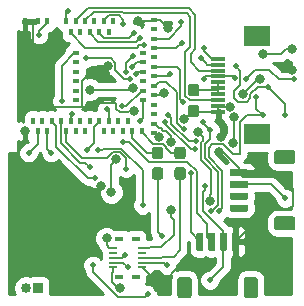
<source format=gbr>
G04 #@! TF.GenerationSoftware,KiCad,Pcbnew,(5.0.0-rc2-200-g1f6f76beb)*
G04 #@! TF.CreationDate,2020-02-24T22:29:36-05:00*
G04 #@! TF.ProjectId,watch-logic,77617463682D6C6F6769632E6B696361,rev?*
G04 #@! TF.SameCoordinates,Original*
G04 #@! TF.FileFunction,Copper,L2,Bot,Signal*
G04 #@! TF.FilePolarity,Positive*
%FSLAX46Y46*%
G04 Gerber Fmt 4.6, Leading zero omitted, Abs format (unit mm)*
G04 Created by KiCad (PCBNEW (5.0.0-rc2-200-g1f6f76beb)) date Mon Feb 24 22:29:36 2020*
%MOMM*%
%LPD*%
G01*
G04 APERTURE LIST*
G04 #@! TA.AperFunction,Conductor*
%ADD10C,0.100000*%
G04 #@! TD*
G04 #@! TA.AperFunction,SMDPad,CuDef*
%ADD11C,0.950000*%
G04 #@! TD*
G04 #@! TA.AperFunction,SMDPad,CuDef*
%ADD12C,1.200000*%
G04 #@! TD*
G04 #@! TA.AperFunction,SMDPad,CuDef*
%ADD13C,0.600000*%
G04 #@! TD*
G04 #@! TA.AperFunction,ComponentPad*
%ADD14R,0.850000X0.850000*%
G04 #@! TD*
G04 #@! TA.AperFunction,ComponentPad*
%ADD15O,0.850000X0.850000*%
G04 #@! TD*
G04 #@! TA.AperFunction,SMDPad,CuDef*
%ADD16R,2.200000X1.800000*%
G04 #@! TD*
G04 #@! TA.AperFunction,SMDPad,CuDef*
%ADD17R,1.300000X0.300000*%
G04 #@! TD*
G04 #@! TA.AperFunction,SMDPad,CuDef*
%ADD18R,0.750000X0.230000*%
G04 #@! TD*
G04 #@! TA.AperFunction,SMDPad,CuDef*
%ADD19R,0.655000X0.450000*%
G04 #@! TD*
G04 #@! TA.AperFunction,SMDPad,CuDef*
%ADD20R,0.400000X0.600000*%
G04 #@! TD*
G04 #@! TA.AperFunction,SMDPad,CuDef*
%ADD21R,0.600000X0.400000*%
G04 #@! TD*
G04 #@! TA.AperFunction,ViaPad*
%ADD22C,0.800000*%
G04 #@! TD*
G04 #@! TA.AperFunction,ViaPad*
%ADD23C,0.500000*%
G04 #@! TD*
G04 #@! TA.AperFunction,Conductor*
%ADD24C,0.200000*%
G04 #@! TD*
G04 #@! TA.AperFunction,Conductor*
%ADD25C,0.150000*%
G04 #@! TD*
G04 #@! TA.AperFunction,Conductor*
%ADD26C,0.254000*%
G04 #@! TD*
G04 APERTURE END LIST*
D10*
G04 #@! TO.N,+5V*
G04 #@! TO.C,C2*
G36*
X179203779Y-118630144D02*
X179226834Y-118633563D01*
X179249443Y-118639227D01*
X179271387Y-118647079D01*
X179292457Y-118657044D01*
X179312448Y-118669026D01*
X179331168Y-118682910D01*
X179348438Y-118698562D01*
X179364090Y-118715832D01*
X179377974Y-118734552D01*
X179389956Y-118754543D01*
X179399921Y-118775613D01*
X179407773Y-118797557D01*
X179413437Y-118820166D01*
X179416856Y-118843221D01*
X179418000Y-118866500D01*
X179418000Y-119441500D01*
X179416856Y-119464779D01*
X179413437Y-119487834D01*
X179407773Y-119510443D01*
X179399921Y-119532387D01*
X179389956Y-119553457D01*
X179377974Y-119573448D01*
X179364090Y-119592168D01*
X179348438Y-119609438D01*
X179331168Y-119625090D01*
X179312448Y-119638974D01*
X179292457Y-119650956D01*
X179271387Y-119660921D01*
X179249443Y-119668773D01*
X179226834Y-119674437D01*
X179203779Y-119677856D01*
X179180500Y-119679000D01*
X178705500Y-119679000D01*
X178682221Y-119677856D01*
X178659166Y-119674437D01*
X178636557Y-119668773D01*
X178614613Y-119660921D01*
X178593543Y-119650956D01*
X178573552Y-119638974D01*
X178554832Y-119625090D01*
X178537562Y-119609438D01*
X178521910Y-119592168D01*
X178508026Y-119573448D01*
X178496044Y-119553457D01*
X178486079Y-119532387D01*
X178478227Y-119510443D01*
X178472563Y-119487834D01*
X178469144Y-119464779D01*
X178468000Y-119441500D01*
X178468000Y-118866500D01*
X178469144Y-118843221D01*
X178472563Y-118820166D01*
X178478227Y-118797557D01*
X178486079Y-118775613D01*
X178496044Y-118754543D01*
X178508026Y-118734552D01*
X178521910Y-118715832D01*
X178537562Y-118698562D01*
X178554832Y-118682910D01*
X178573552Y-118669026D01*
X178593543Y-118657044D01*
X178614613Y-118647079D01*
X178636557Y-118639227D01*
X178659166Y-118633563D01*
X178682221Y-118630144D01*
X178705500Y-118629000D01*
X179180500Y-118629000D01*
X179203779Y-118630144D01*
X179203779Y-118630144D01*
G37*
D11*
G04 #@! TD*
G04 #@! TO.P,C2,1*
G04 #@! TO.N,+5V*
X178943000Y-119154000D03*
D10*
G04 #@! TO.N,GND*
G04 #@! TO.C,C2*
G36*
X179203779Y-120380144D02*
X179226834Y-120383563D01*
X179249443Y-120389227D01*
X179271387Y-120397079D01*
X179292457Y-120407044D01*
X179312448Y-120419026D01*
X179331168Y-120432910D01*
X179348438Y-120448562D01*
X179364090Y-120465832D01*
X179377974Y-120484552D01*
X179389956Y-120504543D01*
X179399921Y-120525613D01*
X179407773Y-120547557D01*
X179413437Y-120570166D01*
X179416856Y-120593221D01*
X179418000Y-120616500D01*
X179418000Y-121191500D01*
X179416856Y-121214779D01*
X179413437Y-121237834D01*
X179407773Y-121260443D01*
X179399921Y-121282387D01*
X179389956Y-121303457D01*
X179377974Y-121323448D01*
X179364090Y-121342168D01*
X179348438Y-121359438D01*
X179331168Y-121375090D01*
X179312448Y-121388974D01*
X179292457Y-121400956D01*
X179271387Y-121410921D01*
X179249443Y-121418773D01*
X179226834Y-121424437D01*
X179203779Y-121427856D01*
X179180500Y-121429000D01*
X178705500Y-121429000D01*
X178682221Y-121427856D01*
X178659166Y-121424437D01*
X178636557Y-121418773D01*
X178614613Y-121410921D01*
X178593543Y-121400956D01*
X178573552Y-121388974D01*
X178554832Y-121375090D01*
X178537562Y-121359438D01*
X178521910Y-121342168D01*
X178508026Y-121323448D01*
X178496044Y-121303457D01*
X178486079Y-121282387D01*
X178478227Y-121260443D01*
X178472563Y-121237834D01*
X178469144Y-121214779D01*
X178468000Y-121191500D01*
X178468000Y-120616500D01*
X178469144Y-120593221D01*
X178472563Y-120570166D01*
X178478227Y-120547557D01*
X178486079Y-120525613D01*
X178496044Y-120504543D01*
X178508026Y-120484552D01*
X178521910Y-120465832D01*
X178537562Y-120448562D01*
X178554832Y-120432910D01*
X178573552Y-120419026D01*
X178593543Y-120407044D01*
X178614613Y-120397079D01*
X178636557Y-120389227D01*
X178659166Y-120383563D01*
X178682221Y-120380144D01*
X178705500Y-120379000D01*
X179180500Y-120379000D01*
X179203779Y-120380144D01*
X179203779Y-120380144D01*
G37*
D11*
G04 #@! TD*
G04 #@! TO.P,C2,2*
G04 #@! TO.N,GND*
X178943000Y-120904000D03*
D10*
G04 #@! TO.N,N/C*
G04 #@! TO.C,J1*
G36*
X187334505Y-129836204D02*
X187358773Y-129839804D01*
X187382572Y-129845765D01*
X187405671Y-129854030D01*
X187427850Y-129864520D01*
X187448893Y-129877132D01*
X187468599Y-129891747D01*
X187486777Y-129908223D01*
X187503253Y-129926401D01*
X187517868Y-129946107D01*
X187530480Y-129967150D01*
X187540970Y-129989329D01*
X187549235Y-130012428D01*
X187555196Y-130036227D01*
X187558796Y-130060495D01*
X187560000Y-130084999D01*
X187560000Y-130785001D01*
X187558796Y-130809505D01*
X187555196Y-130833773D01*
X187549235Y-130857572D01*
X187540970Y-130880671D01*
X187530480Y-130902850D01*
X187517868Y-130923893D01*
X187503253Y-130943599D01*
X187486777Y-130961777D01*
X187468599Y-130978253D01*
X187448893Y-130992868D01*
X187427850Y-131005480D01*
X187405671Y-131015970D01*
X187382572Y-131024235D01*
X187358773Y-131030196D01*
X187334505Y-131033796D01*
X187310001Y-131035000D01*
X186009999Y-131035000D01*
X185985495Y-131033796D01*
X185961227Y-131030196D01*
X185937428Y-131024235D01*
X185914329Y-131015970D01*
X185892150Y-131005480D01*
X185871107Y-130992868D01*
X185851401Y-130978253D01*
X185833223Y-130961777D01*
X185816747Y-130943599D01*
X185802132Y-130923893D01*
X185789520Y-130902850D01*
X185779030Y-130880671D01*
X185770765Y-130857572D01*
X185764804Y-130833773D01*
X185761204Y-130809505D01*
X185760000Y-130785001D01*
X185760000Y-130084999D01*
X185761204Y-130060495D01*
X185764804Y-130036227D01*
X185770765Y-130012428D01*
X185779030Y-129989329D01*
X185789520Y-129967150D01*
X185802132Y-129946107D01*
X185816747Y-129926401D01*
X185833223Y-129908223D01*
X185851401Y-129891747D01*
X185871107Y-129877132D01*
X185892150Y-129864520D01*
X185914329Y-129854030D01*
X185937428Y-129845765D01*
X185961227Y-129839804D01*
X185985495Y-129836204D01*
X186009999Y-129835000D01*
X187310001Y-129835000D01*
X187334505Y-129836204D01*
X187334505Y-129836204D01*
G37*
D12*
G04 #@! TD*
G04 #@! TO.P,J1,MP*
G04 #@! TO.N,N/C*
X186660000Y-130435000D03*
D10*
G04 #@! TO.N,N/C*
G04 #@! TO.C,J1*
G36*
X187334505Y-124236204D02*
X187358773Y-124239804D01*
X187382572Y-124245765D01*
X187405671Y-124254030D01*
X187427850Y-124264520D01*
X187448893Y-124277132D01*
X187468599Y-124291747D01*
X187486777Y-124308223D01*
X187503253Y-124326401D01*
X187517868Y-124346107D01*
X187530480Y-124367150D01*
X187540970Y-124389329D01*
X187549235Y-124412428D01*
X187555196Y-124436227D01*
X187558796Y-124460495D01*
X187560000Y-124484999D01*
X187560000Y-125185001D01*
X187558796Y-125209505D01*
X187555196Y-125233773D01*
X187549235Y-125257572D01*
X187540970Y-125280671D01*
X187530480Y-125302850D01*
X187517868Y-125323893D01*
X187503253Y-125343599D01*
X187486777Y-125361777D01*
X187468599Y-125378253D01*
X187448893Y-125392868D01*
X187427850Y-125405480D01*
X187405671Y-125415970D01*
X187382572Y-125424235D01*
X187358773Y-125430196D01*
X187334505Y-125433796D01*
X187310001Y-125435000D01*
X186009999Y-125435000D01*
X185985495Y-125433796D01*
X185961227Y-125430196D01*
X185937428Y-125424235D01*
X185914329Y-125415970D01*
X185892150Y-125405480D01*
X185871107Y-125392868D01*
X185851401Y-125378253D01*
X185833223Y-125361777D01*
X185816747Y-125343599D01*
X185802132Y-125323893D01*
X185789520Y-125302850D01*
X185779030Y-125280671D01*
X185770765Y-125257572D01*
X185764804Y-125233773D01*
X185761204Y-125209505D01*
X185760000Y-125185001D01*
X185760000Y-124484999D01*
X185761204Y-124460495D01*
X185764804Y-124436227D01*
X185770765Y-124412428D01*
X185779030Y-124389329D01*
X185789520Y-124367150D01*
X185802132Y-124346107D01*
X185816747Y-124326401D01*
X185833223Y-124308223D01*
X185851401Y-124291747D01*
X185871107Y-124277132D01*
X185892150Y-124264520D01*
X185914329Y-124254030D01*
X185937428Y-124245765D01*
X185961227Y-124239804D01*
X185985495Y-124236204D01*
X186009999Y-124235000D01*
X187310001Y-124235000D01*
X187334505Y-124236204D01*
X187334505Y-124236204D01*
G37*
D12*
G04 #@! TD*
G04 #@! TO.P,J1,MP*
G04 #@! TO.N,N/C*
X186660000Y-124835000D03*
D10*
G04 #@! TO.N,BTN1*
G04 #@! TO.C,J1*
G36*
X183424703Y-128835722D02*
X183439264Y-128837882D01*
X183453543Y-128841459D01*
X183467403Y-128846418D01*
X183480710Y-128852712D01*
X183493336Y-128860280D01*
X183505159Y-128869048D01*
X183516066Y-128878934D01*
X183525952Y-128889841D01*
X183534720Y-128901664D01*
X183542288Y-128914290D01*
X183548582Y-128927597D01*
X183553541Y-128941457D01*
X183557118Y-128955736D01*
X183559278Y-128970297D01*
X183560000Y-128985000D01*
X183560000Y-129285000D01*
X183559278Y-129299703D01*
X183557118Y-129314264D01*
X183553541Y-129328543D01*
X183548582Y-129342403D01*
X183542288Y-129355710D01*
X183534720Y-129368336D01*
X183525952Y-129380159D01*
X183516066Y-129391066D01*
X183505159Y-129400952D01*
X183493336Y-129409720D01*
X183480710Y-129417288D01*
X183467403Y-129423582D01*
X183453543Y-129428541D01*
X183439264Y-129432118D01*
X183424703Y-129434278D01*
X183410000Y-129435000D01*
X182160000Y-129435000D01*
X182145297Y-129434278D01*
X182130736Y-129432118D01*
X182116457Y-129428541D01*
X182102597Y-129423582D01*
X182089290Y-129417288D01*
X182076664Y-129409720D01*
X182064841Y-129400952D01*
X182053934Y-129391066D01*
X182044048Y-129380159D01*
X182035280Y-129368336D01*
X182027712Y-129355710D01*
X182021418Y-129342403D01*
X182016459Y-129328543D01*
X182012882Y-129314264D01*
X182010722Y-129299703D01*
X182010000Y-129285000D01*
X182010000Y-128985000D01*
X182010722Y-128970297D01*
X182012882Y-128955736D01*
X182016459Y-128941457D01*
X182021418Y-128927597D01*
X182027712Y-128914290D01*
X182035280Y-128901664D01*
X182044048Y-128889841D01*
X182053934Y-128878934D01*
X182064841Y-128869048D01*
X182076664Y-128860280D01*
X182089290Y-128852712D01*
X182102597Y-128846418D01*
X182116457Y-128841459D01*
X182130736Y-128837882D01*
X182145297Y-128835722D01*
X182160000Y-128835000D01*
X183410000Y-128835000D01*
X183424703Y-128835722D01*
X183424703Y-128835722D01*
G37*
D13*
G04 #@! TD*
G04 #@! TO.P,J1,4*
G04 #@! TO.N,BTN1*
X182785000Y-129135000D03*
D10*
G04 #@! TO.N,BTN3*
G04 #@! TO.C,J1*
G36*
X183424703Y-127835722D02*
X183439264Y-127837882D01*
X183453543Y-127841459D01*
X183467403Y-127846418D01*
X183480710Y-127852712D01*
X183493336Y-127860280D01*
X183505159Y-127869048D01*
X183516066Y-127878934D01*
X183525952Y-127889841D01*
X183534720Y-127901664D01*
X183542288Y-127914290D01*
X183548582Y-127927597D01*
X183553541Y-127941457D01*
X183557118Y-127955736D01*
X183559278Y-127970297D01*
X183560000Y-127985000D01*
X183560000Y-128285000D01*
X183559278Y-128299703D01*
X183557118Y-128314264D01*
X183553541Y-128328543D01*
X183548582Y-128342403D01*
X183542288Y-128355710D01*
X183534720Y-128368336D01*
X183525952Y-128380159D01*
X183516066Y-128391066D01*
X183505159Y-128400952D01*
X183493336Y-128409720D01*
X183480710Y-128417288D01*
X183467403Y-128423582D01*
X183453543Y-128428541D01*
X183439264Y-128432118D01*
X183424703Y-128434278D01*
X183410000Y-128435000D01*
X182160000Y-128435000D01*
X182145297Y-128434278D01*
X182130736Y-128432118D01*
X182116457Y-128428541D01*
X182102597Y-128423582D01*
X182089290Y-128417288D01*
X182076664Y-128409720D01*
X182064841Y-128400952D01*
X182053934Y-128391066D01*
X182044048Y-128380159D01*
X182035280Y-128368336D01*
X182027712Y-128355710D01*
X182021418Y-128342403D01*
X182016459Y-128328543D01*
X182012882Y-128314264D01*
X182010722Y-128299703D01*
X182010000Y-128285000D01*
X182010000Y-127985000D01*
X182010722Y-127970297D01*
X182012882Y-127955736D01*
X182016459Y-127941457D01*
X182021418Y-127927597D01*
X182027712Y-127914290D01*
X182035280Y-127901664D01*
X182044048Y-127889841D01*
X182053934Y-127878934D01*
X182064841Y-127869048D01*
X182076664Y-127860280D01*
X182089290Y-127852712D01*
X182102597Y-127846418D01*
X182116457Y-127841459D01*
X182130736Y-127837882D01*
X182145297Y-127835722D01*
X182160000Y-127835000D01*
X183410000Y-127835000D01*
X183424703Y-127835722D01*
X183424703Y-127835722D01*
G37*
D13*
G04 #@! TD*
G04 #@! TO.P,J1,3*
G04 #@! TO.N,BTN3*
X182785000Y-128135000D03*
D10*
G04 #@! TO.N,BTN2*
G04 #@! TO.C,J1*
G36*
X183424703Y-126835722D02*
X183439264Y-126837882D01*
X183453543Y-126841459D01*
X183467403Y-126846418D01*
X183480710Y-126852712D01*
X183493336Y-126860280D01*
X183505159Y-126869048D01*
X183516066Y-126878934D01*
X183525952Y-126889841D01*
X183534720Y-126901664D01*
X183542288Y-126914290D01*
X183548582Y-126927597D01*
X183553541Y-126941457D01*
X183557118Y-126955736D01*
X183559278Y-126970297D01*
X183560000Y-126985000D01*
X183560000Y-127285000D01*
X183559278Y-127299703D01*
X183557118Y-127314264D01*
X183553541Y-127328543D01*
X183548582Y-127342403D01*
X183542288Y-127355710D01*
X183534720Y-127368336D01*
X183525952Y-127380159D01*
X183516066Y-127391066D01*
X183505159Y-127400952D01*
X183493336Y-127409720D01*
X183480710Y-127417288D01*
X183467403Y-127423582D01*
X183453543Y-127428541D01*
X183439264Y-127432118D01*
X183424703Y-127434278D01*
X183410000Y-127435000D01*
X182160000Y-127435000D01*
X182145297Y-127434278D01*
X182130736Y-127432118D01*
X182116457Y-127428541D01*
X182102597Y-127423582D01*
X182089290Y-127417288D01*
X182076664Y-127409720D01*
X182064841Y-127400952D01*
X182053934Y-127391066D01*
X182044048Y-127380159D01*
X182035280Y-127368336D01*
X182027712Y-127355710D01*
X182021418Y-127342403D01*
X182016459Y-127328543D01*
X182012882Y-127314264D01*
X182010722Y-127299703D01*
X182010000Y-127285000D01*
X182010000Y-126985000D01*
X182010722Y-126970297D01*
X182012882Y-126955736D01*
X182016459Y-126941457D01*
X182021418Y-126927597D01*
X182027712Y-126914290D01*
X182035280Y-126901664D01*
X182044048Y-126889841D01*
X182053934Y-126878934D01*
X182064841Y-126869048D01*
X182076664Y-126860280D01*
X182089290Y-126852712D01*
X182102597Y-126846418D01*
X182116457Y-126841459D01*
X182130736Y-126837882D01*
X182145297Y-126835722D01*
X182160000Y-126835000D01*
X183410000Y-126835000D01*
X183424703Y-126835722D01*
X183424703Y-126835722D01*
G37*
D13*
G04 #@! TD*
G04 #@! TO.P,J1,2*
G04 #@! TO.N,BTN2*
X182785000Y-127135000D03*
D10*
G04 #@! TO.N,GND*
G04 #@! TO.C,J1*
G36*
X183424703Y-125835722D02*
X183439264Y-125837882D01*
X183453543Y-125841459D01*
X183467403Y-125846418D01*
X183480710Y-125852712D01*
X183493336Y-125860280D01*
X183505159Y-125869048D01*
X183516066Y-125878934D01*
X183525952Y-125889841D01*
X183534720Y-125901664D01*
X183542288Y-125914290D01*
X183548582Y-125927597D01*
X183553541Y-125941457D01*
X183557118Y-125955736D01*
X183559278Y-125970297D01*
X183560000Y-125985000D01*
X183560000Y-126285000D01*
X183559278Y-126299703D01*
X183557118Y-126314264D01*
X183553541Y-126328543D01*
X183548582Y-126342403D01*
X183542288Y-126355710D01*
X183534720Y-126368336D01*
X183525952Y-126380159D01*
X183516066Y-126391066D01*
X183505159Y-126400952D01*
X183493336Y-126409720D01*
X183480710Y-126417288D01*
X183467403Y-126423582D01*
X183453543Y-126428541D01*
X183439264Y-126432118D01*
X183424703Y-126434278D01*
X183410000Y-126435000D01*
X182160000Y-126435000D01*
X182145297Y-126434278D01*
X182130736Y-126432118D01*
X182116457Y-126428541D01*
X182102597Y-126423582D01*
X182089290Y-126417288D01*
X182076664Y-126409720D01*
X182064841Y-126400952D01*
X182053934Y-126391066D01*
X182044048Y-126380159D01*
X182035280Y-126368336D01*
X182027712Y-126355710D01*
X182021418Y-126342403D01*
X182016459Y-126328543D01*
X182012882Y-126314264D01*
X182010722Y-126299703D01*
X182010000Y-126285000D01*
X182010000Y-125985000D01*
X182010722Y-125970297D01*
X182012882Y-125955736D01*
X182016459Y-125941457D01*
X182021418Y-125927597D01*
X182027712Y-125914290D01*
X182035280Y-125901664D01*
X182044048Y-125889841D01*
X182053934Y-125878934D01*
X182064841Y-125869048D01*
X182076664Y-125860280D01*
X182089290Y-125852712D01*
X182102597Y-125846418D01*
X182116457Y-125841459D01*
X182130736Y-125837882D01*
X182145297Y-125835722D01*
X182160000Y-125835000D01*
X183410000Y-125835000D01*
X183424703Y-125835722D01*
X183424703Y-125835722D01*
G37*
D13*
G04 #@! TD*
G04 #@! TO.P,J1,1*
G04 #@! TO.N,GND*
X182785000Y-126135000D03*
D10*
G04 #@! TO.N,GND*
G04 #@! TO.C,J2*
G36*
X182639703Y-131210722D02*
X182654264Y-131212882D01*
X182668543Y-131216459D01*
X182682403Y-131221418D01*
X182695710Y-131227712D01*
X182708336Y-131235280D01*
X182720159Y-131244048D01*
X182731066Y-131253934D01*
X182740952Y-131264841D01*
X182749720Y-131276664D01*
X182757288Y-131289290D01*
X182763582Y-131302597D01*
X182768541Y-131316457D01*
X182772118Y-131330736D01*
X182774278Y-131345297D01*
X182775000Y-131360000D01*
X182775000Y-132610000D01*
X182774278Y-132624703D01*
X182772118Y-132639264D01*
X182768541Y-132653543D01*
X182763582Y-132667403D01*
X182757288Y-132680710D01*
X182749720Y-132693336D01*
X182740952Y-132705159D01*
X182731066Y-132716066D01*
X182720159Y-132725952D01*
X182708336Y-132734720D01*
X182695710Y-132742288D01*
X182682403Y-132748582D01*
X182668543Y-132753541D01*
X182654264Y-132757118D01*
X182639703Y-132759278D01*
X182625000Y-132760000D01*
X182325000Y-132760000D01*
X182310297Y-132759278D01*
X182295736Y-132757118D01*
X182281457Y-132753541D01*
X182267597Y-132748582D01*
X182254290Y-132742288D01*
X182241664Y-132734720D01*
X182229841Y-132725952D01*
X182218934Y-132716066D01*
X182209048Y-132705159D01*
X182200280Y-132693336D01*
X182192712Y-132680710D01*
X182186418Y-132667403D01*
X182181459Y-132653543D01*
X182177882Y-132639264D01*
X182175722Y-132624703D01*
X182175000Y-132610000D01*
X182175000Y-131360000D01*
X182175722Y-131345297D01*
X182177882Y-131330736D01*
X182181459Y-131316457D01*
X182186418Y-131302597D01*
X182192712Y-131289290D01*
X182200280Y-131276664D01*
X182209048Y-131264841D01*
X182218934Y-131253934D01*
X182229841Y-131244048D01*
X182241664Y-131235280D01*
X182254290Y-131227712D01*
X182267597Y-131221418D01*
X182281457Y-131216459D01*
X182295736Y-131212882D01*
X182310297Y-131210722D01*
X182325000Y-131210000D01*
X182625000Y-131210000D01*
X182639703Y-131210722D01*
X182639703Y-131210722D01*
G37*
D13*
G04 #@! TD*
G04 #@! TO.P,J2,1*
G04 #@! TO.N,GND*
X182475000Y-131985000D03*
D10*
G04 #@! TO.N,BTN6*
G04 #@! TO.C,J2*
G36*
X181639703Y-131210722D02*
X181654264Y-131212882D01*
X181668543Y-131216459D01*
X181682403Y-131221418D01*
X181695710Y-131227712D01*
X181708336Y-131235280D01*
X181720159Y-131244048D01*
X181731066Y-131253934D01*
X181740952Y-131264841D01*
X181749720Y-131276664D01*
X181757288Y-131289290D01*
X181763582Y-131302597D01*
X181768541Y-131316457D01*
X181772118Y-131330736D01*
X181774278Y-131345297D01*
X181775000Y-131360000D01*
X181775000Y-132610000D01*
X181774278Y-132624703D01*
X181772118Y-132639264D01*
X181768541Y-132653543D01*
X181763582Y-132667403D01*
X181757288Y-132680710D01*
X181749720Y-132693336D01*
X181740952Y-132705159D01*
X181731066Y-132716066D01*
X181720159Y-132725952D01*
X181708336Y-132734720D01*
X181695710Y-132742288D01*
X181682403Y-132748582D01*
X181668543Y-132753541D01*
X181654264Y-132757118D01*
X181639703Y-132759278D01*
X181625000Y-132760000D01*
X181325000Y-132760000D01*
X181310297Y-132759278D01*
X181295736Y-132757118D01*
X181281457Y-132753541D01*
X181267597Y-132748582D01*
X181254290Y-132742288D01*
X181241664Y-132734720D01*
X181229841Y-132725952D01*
X181218934Y-132716066D01*
X181209048Y-132705159D01*
X181200280Y-132693336D01*
X181192712Y-132680710D01*
X181186418Y-132667403D01*
X181181459Y-132653543D01*
X181177882Y-132639264D01*
X181175722Y-132624703D01*
X181175000Y-132610000D01*
X181175000Y-131360000D01*
X181175722Y-131345297D01*
X181177882Y-131330736D01*
X181181459Y-131316457D01*
X181186418Y-131302597D01*
X181192712Y-131289290D01*
X181200280Y-131276664D01*
X181209048Y-131264841D01*
X181218934Y-131253934D01*
X181229841Y-131244048D01*
X181241664Y-131235280D01*
X181254290Y-131227712D01*
X181267597Y-131221418D01*
X181281457Y-131216459D01*
X181295736Y-131212882D01*
X181310297Y-131210722D01*
X181325000Y-131210000D01*
X181625000Y-131210000D01*
X181639703Y-131210722D01*
X181639703Y-131210722D01*
G37*
D13*
G04 #@! TD*
G04 #@! TO.P,J2,2*
G04 #@! TO.N,BTN6*
X181475000Y-131985000D03*
D10*
G04 #@! TO.N,BTN5*
G04 #@! TO.C,J2*
G36*
X180639703Y-131210722D02*
X180654264Y-131212882D01*
X180668543Y-131216459D01*
X180682403Y-131221418D01*
X180695710Y-131227712D01*
X180708336Y-131235280D01*
X180720159Y-131244048D01*
X180731066Y-131253934D01*
X180740952Y-131264841D01*
X180749720Y-131276664D01*
X180757288Y-131289290D01*
X180763582Y-131302597D01*
X180768541Y-131316457D01*
X180772118Y-131330736D01*
X180774278Y-131345297D01*
X180775000Y-131360000D01*
X180775000Y-132610000D01*
X180774278Y-132624703D01*
X180772118Y-132639264D01*
X180768541Y-132653543D01*
X180763582Y-132667403D01*
X180757288Y-132680710D01*
X180749720Y-132693336D01*
X180740952Y-132705159D01*
X180731066Y-132716066D01*
X180720159Y-132725952D01*
X180708336Y-132734720D01*
X180695710Y-132742288D01*
X180682403Y-132748582D01*
X180668543Y-132753541D01*
X180654264Y-132757118D01*
X180639703Y-132759278D01*
X180625000Y-132760000D01*
X180325000Y-132760000D01*
X180310297Y-132759278D01*
X180295736Y-132757118D01*
X180281457Y-132753541D01*
X180267597Y-132748582D01*
X180254290Y-132742288D01*
X180241664Y-132734720D01*
X180229841Y-132725952D01*
X180218934Y-132716066D01*
X180209048Y-132705159D01*
X180200280Y-132693336D01*
X180192712Y-132680710D01*
X180186418Y-132667403D01*
X180181459Y-132653543D01*
X180177882Y-132639264D01*
X180175722Y-132624703D01*
X180175000Y-132610000D01*
X180175000Y-131360000D01*
X180175722Y-131345297D01*
X180177882Y-131330736D01*
X180181459Y-131316457D01*
X180186418Y-131302597D01*
X180192712Y-131289290D01*
X180200280Y-131276664D01*
X180209048Y-131264841D01*
X180218934Y-131253934D01*
X180229841Y-131244048D01*
X180241664Y-131235280D01*
X180254290Y-131227712D01*
X180267597Y-131221418D01*
X180281457Y-131216459D01*
X180295736Y-131212882D01*
X180310297Y-131210722D01*
X180325000Y-131210000D01*
X180625000Y-131210000D01*
X180639703Y-131210722D01*
X180639703Y-131210722D01*
G37*
D13*
G04 #@! TD*
G04 #@! TO.P,J2,3*
G04 #@! TO.N,BTN5*
X180475000Y-131985000D03*
D10*
G04 #@! TO.N,BTN4*
G04 #@! TO.C,J2*
G36*
X179639703Y-131210722D02*
X179654264Y-131212882D01*
X179668543Y-131216459D01*
X179682403Y-131221418D01*
X179695710Y-131227712D01*
X179708336Y-131235280D01*
X179720159Y-131244048D01*
X179731066Y-131253934D01*
X179740952Y-131264841D01*
X179749720Y-131276664D01*
X179757288Y-131289290D01*
X179763582Y-131302597D01*
X179768541Y-131316457D01*
X179772118Y-131330736D01*
X179774278Y-131345297D01*
X179775000Y-131360000D01*
X179775000Y-132610000D01*
X179774278Y-132624703D01*
X179772118Y-132639264D01*
X179768541Y-132653543D01*
X179763582Y-132667403D01*
X179757288Y-132680710D01*
X179749720Y-132693336D01*
X179740952Y-132705159D01*
X179731066Y-132716066D01*
X179720159Y-132725952D01*
X179708336Y-132734720D01*
X179695710Y-132742288D01*
X179682403Y-132748582D01*
X179668543Y-132753541D01*
X179654264Y-132757118D01*
X179639703Y-132759278D01*
X179625000Y-132760000D01*
X179325000Y-132760000D01*
X179310297Y-132759278D01*
X179295736Y-132757118D01*
X179281457Y-132753541D01*
X179267597Y-132748582D01*
X179254290Y-132742288D01*
X179241664Y-132734720D01*
X179229841Y-132725952D01*
X179218934Y-132716066D01*
X179209048Y-132705159D01*
X179200280Y-132693336D01*
X179192712Y-132680710D01*
X179186418Y-132667403D01*
X179181459Y-132653543D01*
X179177882Y-132639264D01*
X179175722Y-132624703D01*
X179175000Y-132610000D01*
X179175000Y-131360000D01*
X179175722Y-131345297D01*
X179177882Y-131330736D01*
X179181459Y-131316457D01*
X179186418Y-131302597D01*
X179192712Y-131289290D01*
X179200280Y-131276664D01*
X179209048Y-131264841D01*
X179218934Y-131253934D01*
X179229841Y-131244048D01*
X179241664Y-131235280D01*
X179254290Y-131227712D01*
X179267597Y-131221418D01*
X179281457Y-131216459D01*
X179295736Y-131212882D01*
X179310297Y-131210722D01*
X179325000Y-131210000D01*
X179625000Y-131210000D01*
X179639703Y-131210722D01*
X179639703Y-131210722D01*
G37*
D13*
G04 #@! TD*
G04 #@! TO.P,J2,4*
G04 #@! TO.N,BTN4*
X179475000Y-131985000D03*
D10*
G04 #@! TO.N,N/C*
G04 #@! TO.C,J2*
G36*
X184149505Y-134961204D02*
X184173773Y-134964804D01*
X184197572Y-134970765D01*
X184220671Y-134979030D01*
X184242850Y-134989520D01*
X184263893Y-135002132D01*
X184283599Y-135016747D01*
X184301777Y-135033223D01*
X184318253Y-135051401D01*
X184332868Y-135071107D01*
X184345480Y-135092150D01*
X184355970Y-135114329D01*
X184364235Y-135137428D01*
X184370196Y-135161227D01*
X184373796Y-135185495D01*
X184375000Y-135209999D01*
X184375000Y-136510001D01*
X184373796Y-136534505D01*
X184370196Y-136558773D01*
X184364235Y-136582572D01*
X184355970Y-136605671D01*
X184345480Y-136627850D01*
X184332868Y-136648893D01*
X184318253Y-136668599D01*
X184301777Y-136686777D01*
X184283599Y-136703253D01*
X184263893Y-136717868D01*
X184242850Y-136730480D01*
X184220671Y-136740970D01*
X184197572Y-136749235D01*
X184173773Y-136755196D01*
X184149505Y-136758796D01*
X184125001Y-136760000D01*
X183424999Y-136760000D01*
X183400495Y-136758796D01*
X183376227Y-136755196D01*
X183352428Y-136749235D01*
X183329329Y-136740970D01*
X183307150Y-136730480D01*
X183286107Y-136717868D01*
X183266401Y-136703253D01*
X183248223Y-136686777D01*
X183231747Y-136668599D01*
X183217132Y-136648893D01*
X183204520Y-136627850D01*
X183194030Y-136605671D01*
X183185765Y-136582572D01*
X183179804Y-136558773D01*
X183176204Y-136534505D01*
X183175000Y-136510001D01*
X183175000Y-135209999D01*
X183176204Y-135185495D01*
X183179804Y-135161227D01*
X183185765Y-135137428D01*
X183194030Y-135114329D01*
X183204520Y-135092150D01*
X183217132Y-135071107D01*
X183231747Y-135051401D01*
X183248223Y-135033223D01*
X183266401Y-135016747D01*
X183286107Y-135002132D01*
X183307150Y-134989520D01*
X183329329Y-134979030D01*
X183352428Y-134970765D01*
X183376227Y-134964804D01*
X183400495Y-134961204D01*
X183424999Y-134960000D01*
X184125001Y-134960000D01*
X184149505Y-134961204D01*
X184149505Y-134961204D01*
G37*
D12*
G04 #@! TD*
G04 #@! TO.P,J2,MP*
G04 #@! TO.N,N/C*
X183775000Y-135860000D03*
D10*
G04 #@! TO.N,N/C*
G04 #@! TO.C,J2*
G36*
X178549505Y-134961204D02*
X178573773Y-134964804D01*
X178597572Y-134970765D01*
X178620671Y-134979030D01*
X178642850Y-134989520D01*
X178663893Y-135002132D01*
X178683599Y-135016747D01*
X178701777Y-135033223D01*
X178718253Y-135051401D01*
X178732868Y-135071107D01*
X178745480Y-135092150D01*
X178755970Y-135114329D01*
X178764235Y-135137428D01*
X178770196Y-135161227D01*
X178773796Y-135185495D01*
X178775000Y-135209999D01*
X178775000Y-136510001D01*
X178773796Y-136534505D01*
X178770196Y-136558773D01*
X178764235Y-136582572D01*
X178755970Y-136605671D01*
X178745480Y-136627850D01*
X178732868Y-136648893D01*
X178718253Y-136668599D01*
X178701777Y-136686777D01*
X178683599Y-136703253D01*
X178663893Y-136717868D01*
X178642850Y-136730480D01*
X178620671Y-136740970D01*
X178597572Y-136749235D01*
X178573773Y-136755196D01*
X178549505Y-136758796D01*
X178525001Y-136760000D01*
X177824999Y-136760000D01*
X177800495Y-136758796D01*
X177776227Y-136755196D01*
X177752428Y-136749235D01*
X177729329Y-136740970D01*
X177707150Y-136730480D01*
X177686107Y-136717868D01*
X177666401Y-136703253D01*
X177648223Y-136686777D01*
X177631747Y-136668599D01*
X177617132Y-136648893D01*
X177604520Y-136627850D01*
X177594030Y-136605671D01*
X177585765Y-136582572D01*
X177579804Y-136558773D01*
X177576204Y-136534505D01*
X177575000Y-136510001D01*
X177575000Y-135209999D01*
X177576204Y-135185495D01*
X177579804Y-135161227D01*
X177585765Y-135137428D01*
X177594030Y-135114329D01*
X177604520Y-135092150D01*
X177617132Y-135071107D01*
X177631747Y-135051401D01*
X177648223Y-135033223D01*
X177666401Y-135016747D01*
X177686107Y-135002132D01*
X177707150Y-134989520D01*
X177729329Y-134979030D01*
X177752428Y-134970765D01*
X177776227Y-134964804D01*
X177800495Y-134961204D01*
X177824999Y-134960000D01*
X178525001Y-134960000D01*
X178549505Y-134961204D01*
X178549505Y-134961204D01*
G37*
D12*
G04 #@! TD*
G04 #@! TO.P,J2,MP*
G04 #@! TO.N,N/C*
X178175000Y-135860000D03*
D14*
G04 #@! TO.P,J3,1*
G04 #@! TO.N,+3V3*
X165735000Y-135890000D03*
D15*
G04 #@! TO.P,J3,2*
G04 #@! TO.N,Net-(J3-Pad2)*
X164735000Y-135890000D03*
G04 #@! TD*
D16*
G04 #@! TO.P,J4,MP*
G04 #@! TO.N,N/C*
X184280000Y-122895000D03*
X184280000Y-114595000D03*
D17*
G04 #@! TO.P,J4,1*
G04 #@! TO.N,LCD_CLK*
X181030000Y-116495000D03*
G04 #@! TO.P,J4,2*
G04 #@! TO.N,LCD_MOSI*
X181030000Y-116995000D03*
G04 #@! TO.P,J4,3*
G04 #@! TO.N,LCD_CS*
X181030000Y-117495000D03*
G04 #@! TO.P,J4,4*
G04 #@! TO.N,SQW*
X181030000Y-117995000D03*
G04 #@! TO.P,J4,5*
G04 #@! TO.N,+5V*
X181030000Y-118495000D03*
G04 #@! TO.P,J4,6*
X181030000Y-118995000D03*
G04 #@! TO.P,J4,7*
X181030000Y-119495000D03*
G04 #@! TO.P,J4,8*
G04 #@! TO.N,EXTMODE*
X181030000Y-119995000D03*
G04 #@! TO.P,J4,9*
G04 #@! TO.N,GND*
X181030000Y-120495000D03*
G04 #@! TO.P,J4,10*
X181030000Y-120995000D03*
G04 #@! TD*
D18*
G04 #@! TO.P,P1,6*
G04 #@! TO.N,SCL*
X172130000Y-133350000D03*
G04 #@! TO.P,P1,4*
G04 #@! TO.N,SDA*
X172130000Y-133750000D03*
G04 #@! TO.P,P1,8*
G04 #@! TO.N,N/C*
X172130000Y-132950000D03*
G04 #@! TO.P,P1,2*
G04 #@! TO.N,+3V3*
X172130000Y-134150000D03*
G04 #@! TO.P,P1,10*
G04 #@! TO.N,+5V*
X172130000Y-132550000D03*
G04 #@! TO.P,P1,5*
G04 #@! TO.N,USB_DN*
X174580000Y-133350000D03*
G04 #@! TO.P,P1,3*
G04 #@! TO.N,USB_DP*
X174580000Y-133750000D03*
G04 #@! TO.P,P1,7*
G04 #@! TO.N,N/C*
X174580000Y-132950000D03*
G04 #@! TO.P,P1,1*
G04 #@! TO.N,GND*
X174580000Y-134150000D03*
G04 #@! TO.P,P1,9*
G04 #@! TO.N,VBUS*
X174580000Y-132550000D03*
D19*
G04 #@! TO.P,P1,P1*
G04 #@! TO.N,N/C*
X174057500Y-134950000D03*
G04 #@! TO.P,P1,P3*
X172652500Y-134950000D03*
G04 #@! TO.P,P1,P4*
X172652500Y-131750000D03*
G04 #@! TO.P,P1,P2*
X174057500Y-131750000D03*
G04 #@! TD*
D10*
G04 #@! TO.N,USB_DN*
G04 #@! TO.C,R1*
G36*
X178060779Y-125686144D02*
X178083834Y-125689563D01*
X178106443Y-125695227D01*
X178128387Y-125703079D01*
X178149457Y-125713044D01*
X178169448Y-125725026D01*
X178188168Y-125738910D01*
X178205438Y-125754562D01*
X178221090Y-125771832D01*
X178234974Y-125790552D01*
X178246956Y-125810543D01*
X178256921Y-125831613D01*
X178264773Y-125853557D01*
X178270437Y-125876166D01*
X178273856Y-125899221D01*
X178275000Y-125922500D01*
X178275000Y-126497500D01*
X178273856Y-126520779D01*
X178270437Y-126543834D01*
X178264773Y-126566443D01*
X178256921Y-126588387D01*
X178246956Y-126609457D01*
X178234974Y-126629448D01*
X178221090Y-126648168D01*
X178205438Y-126665438D01*
X178188168Y-126681090D01*
X178169448Y-126694974D01*
X178149457Y-126706956D01*
X178128387Y-126716921D01*
X178106443Y-126724773D01*
X178083834Y-126730437D01*
X178060779Y-126733856D01*
X178037500Y-126735000D01*
X177562500Y-126735000D01*
X177539221Y-126733856D01*
X177516166Y-126730437D01*
X177493557Y-126724773D01*
X177471613Y-126716921D01*
X177450543Y-126706956D01*
X177430552Y-126694974D01*
X177411832Y-126681090D01*
X177394562Y-126665438D01*
X177378910Y-126648168D01*
X177365026Y-126629448D01*
X177353044Y-126609457D01*
X177343079Y-126588387D01*
X177335227Y-126566443D01*
X177329563Y-126543834D01*
X177326144Y-126520779D01*
X177325000Y-126497500D01*
X177325000Y-125922500D01*
X177326144Y-125899221D01*
X177329563Y-125876166D01*
X177335227Y-125853557D01*
X177343079Y-125831613D01*
X177353044Y-125810543D01*
X177365026Y-125790552D01*
X177378910Y-125771832D01*
X177394562Y-125754562D01*
X177411832Y-125738910D01*
X177430552Y-125725026D01*
X177450543Y-125713044D01*
X177471613Y-125703079D01*
X177493557Y-125695227D01*
X177516166Y-125689563D01*
X177539221Y-125686144D01*
X177562500Y-125685000D01*
X178037500Y-125685000D01*
X178060779Y-125686144D01*
X178060779Y-125686144D01*
G37*
D11*
G04 #@! TD*
G04 #@! TO.P,R1,1*
G04 #@! TO.N,USB_DN*
X177800000Y-126210000D03*
D10*
G04 #@! TO.N,Net-(IC1-Pad34)*
G04 #@! TO.C,R1*
G36*
X178060779Y-123936144D02*
X178083834Y-123939563D01*
X178106443Y-123945227D01*
X178128387Y-123953079D01*
X178149457Y-123963044D01*
X178169448Y-123975026D01*
X178188168Y-123988910D01*
X178205438Y-124004562D01*
X178221090Y-124021832D01*
X178234974Y-124040552D01*
X178246956Y-124060543D01*
X178256921Y-124081613D01*
X178264773Y-124103557D01*
X178270437Y-124126166D01*
X178273856Y-124149221D01*
X178275000Y-124172500D01*
X178275000Y-124747500D01*
X178273856Y-124770779D01*
X178270437Y-124793834D01*
X178264773Y-124816443D01*
X178256921Y-124838387D01*
X178246956Y-124859457D01*
X178234974Y-124879448D01*
X178221090Y-124898168D01*
X178205438Y-124915438D01*
X178188168Y-124931090D01*
X178169448Y-124944974D01*
X178149457Y-124956956D01*
X178128387Y-124966921D01*
X178106443Y-124974773D01*
X178083834Y-124980437D01*
X178060779Y-124983856D01*
X178037500Y-124985000D01*
X177562500Y-124985000D01*
X177539221Y-124983856D01*
X177516166Y-124980437D01*
X177493557Y-124974773D01*
X177471613Y-124966921D01*
X177450543Y-124956956D01*
X177430552Y-124944974D01*
X177411832Y-124931090D01*
X177394562Y-124915438D01*
X177378910Y-124898168D01*
X177365026Y-124879448D01*
X177353044Y-124859457D01*
X177343079Y-124838387D01*
X177335227Y-124816443D01*
X177329563Y-124793834D01*
X177326144Y-124770779D01*
X177325000Y-124747500D01*
X177325000Y-124172500D01*
X177326144Y-124149221D01*
X177329563Y-124126166D01*
X177335227Y-124103557D01*
X177343079Y-124081613D01*
X177353044Y-124060543D01*
X177365026Y-124040552D01*
X177378910Y-124021832D01*
X177394562Y-124004562D01*
X177411832Y-123988910D01*
X177430552Y-123975026D01*
X177450543Y-123963044D01*
X177471613Y-123953079D01*
X177493557Y-123945227D01*
X177516166Y-123939563D01*
X177539221Y-123936144D01*
X177562500Y-123935000D01*
X178037500Y-123935000D01*
X178060779Y-123936144D01*
X178060779Y-123936144D01*
G37*
D11*
G04 #@! TD*
G04 #@! TO.P,R1,2*
G04 #@! TO.N,Net-(IC1-Pad34)*
X177800000Y-124460000D03*
D10*
G04 #@! TO.N,Net-(IC1-Pad35)*
G04 #@! TO.C,R2*
G36*
X176155779Y-123936144D02*
X176178834Y-123939563D01*
X176201443Y-123945227D01*
X176223387Y-123953079D01*
X176244457Y-123963044D01*
X176264448Y-123975026D01*
X176283168Y-123988910D01*
X176300438Y-124004562D01*
X176316090Y-124021832D01*
X176329974Y-124040552D01*
X176341956Y-124060543D01*
X176351921Y-124081613D01*
X176359773Y-124103557D01*
X176365437Y-124126166D01*
X176368856Y-124149221D01*
X176370000Y-124172500D01*
X176370000Y-124747500D01*
X176368856Y-124770779D01*
X176365437Y-124793834D01*
X176359773Y-124816443D01*
X176351921Y-124838387D01*
X176341956Y-124859457D01*
X176329974Y-124879448D01*
X176316090Y-124898168D01*
X176300438Y-124915438D01*
X176283168Y-124931090D01*
X176264448Y-124944974D01*
X176244457Y-124956956D01*
X176223387Y-124966921D01*
X176201443Y-124974773D01*
X176178834Y-124980437D01*
X176155779Y-124983856D01*
X176132500Y-124985000D01*
X175657500Y-124985000D01*
X175634221Y-124983856D01*
X175611166Y-124980437D01*
X175588557Y-124974773D01*
X175566613Y-124966921D01*
X175545543Y-124956956D01*
X175525552Y-124944974D01*
X175506832Y-124931090D01*
X175489562Y-124915438D01*
X175473910Y-124898168D01*
X175460026Y-124879448D01*
X175448044Y-124859457D01*
X175438079Y-124838387D01*
X175430227Y-124816443D01*
X175424563Y-124793834D01*
X175421144Y-124770779D01*
X175420000Y-124747500D01*
X175420000Y-124172500D01*
X175421144Y-124149221D01*
X175424563Y-124126166D01*
X175430227Y-124103557D01*
X175438079Y-124081613D01*
X175448044Y-124060543D01*
X175460026Y-124040552D01*
X175473910Y-124021832D01*
X175489562Y-124004562D01*
X175506832Y-123988910D01*
X175525552Y-123975026D01*
X175545543Y-123963044D01*
X175566613Y-123953079D01*
X175588557Y-123945227D01*
X175611166Y-123939563D01*
X175634221Y-123936144D01*
X175657500Y-123935000D01*
X176132500Y-123935000D01*
X176155779Y-123936144D01*
X176155779Y-123936144D01*
G37*
D11*
G04 #@! TD*
G04 #@! TO.P,R2,2*
G04 #@! TO.N,Net-(IC1-Pad35)*
X175895000Y-124460000D03*
D10*
G04 #@! TO.N,USB_DP*
G04 #@! TO.C,R2*
G36*
X176155779Y-125686144D02*
X176178834Y-125689563D01*
X176201443Y-125695227D01*
X176223387Y-125703079D01*
X176244457Y-125713044D01*
X176264448Y-125725026D01*
X176283168Y-125738910D01*
X176300438Y-125754562D01*
X176316090Y-125771832D01*
X176329974Y-125790552D01*
X176341956Y-125810543D01*
X176351921Y-125831613D01*
X176359773Y-125853557D01*
X176365437Y-125876166D01*
X176368856Y-125899221D01*
X176370000Y-125922500D01*
X176370000Y-126497500D01*
X176368856Y-126520779D01*
X176365437Y-126543834D01*
X176359773Y-126566443D01*
X176351921Y-126588387D01*
X176341956Y-126609457D01*
X176329974Y-126629448D01*
X176316090Y-126648168D01*
X176300438Y-126665438D01*
X176283168Y-126681090D01*
X176264448Y-126694974D01*
X176244457Y-126706956D01*
X176223387Y-126716921D01*
X176201443Y-126724773D01*
X176178834Y-126730437D01*
X176155779Y-126733856D01*
X176132500Y-126735000D01*
X175657500Y-126735000D01*
X175634221Y-126733856D01*
X175611166Y-126730437D01*
X175588557Y-126724773D01*
X175566613Y-126716921D01*
X175545543Y-126706956D01*
X175525552Y-126694974D01*
X175506832Y-126681090D01*
X175489562Y-126665438D01*
X175473910Y-126648168D01*
X175460026Y-126629448D01*
X175448044Y-126609457D01*
X175438079Y-126588387D01*
X175430227Y-126566443D01*
X175424563Y-126543834D01*
X175421144Y-126520779D01*
X175420000Y-126497500D01*
X175420000Y-125922500D01*
X175421144Y-125899221D01*
X175424563Y-125876166D01*
X175430227Y-125853557D01*
X175438079Y-125831613D01*
X175448044Y-125810543D01*
X175460026Y-125790552D01*
X175473910Y-125771832D01*
X175489562Y-125754562D01*
X175506832Y-125738910D01*
X175525552Y-125725026D01*
X175545543Y-125713044D01*
X175566613Y-125703079D01*
X175588557Y-125695227D01*
X175611166Y-125689563D01*
X175634221Y-125686144D01*
X175657500Y-125685000D01*
X176132500Y-125685000D01*
X176155779Y-125686144D01*
X176155779Y-125686144D01*
G37*
D11*
G04 #@! TD*
G04 #@! TO.P,R2,1*
G04 #@! TO.N,USB_DP*
X175895000Y-126210000D03*
D20*
G04 #@! TO.P,IC1,1*
G04 #@! TO.N,GND*
X164652000Y-113333000D03*
G04 #@! TO.P,IC1,2*
X165752000Y-113333000D03*
G04 #@! TO.P,IC1,3*
G04 #@! TO.N,BOOTLOAD*
X166552000Y-113333000D03*
G04 #@! TO.P,IC1,4*
G04 #@! TO.N,LCD_CLK*
X168152000Y-113333000D03*
G04 #@! TO.P,IC1,5*
G04 #@! TO.N,LCD_MOSI*
X168552000Y-114233000D03*
G04 #@! TO.P,IC1,6*
G04 #@! TO.N,LCD_CS*
X168952000Y-113333000D03*
G04 #@! TO.P,IC1,7*
G04 #@! TO.N,N/C*
X169352000Y-114233000D03*
G04 #@! TO.P,IC1,8*
G04 #@! TO.N,EXTMODE*
X169752000Y-113333000D03*
G04 #@! TO.P,IC1,9*
G04 #@! TO.N,BTN3*
X170152000Y-114233000D03*
G04 #@! TO.P,IC1,10*
G04 #@! TO.N,N/C*
X170552000Y-113333000D03*
G04 #@! TO.P,IC1,11*
G04 #@! TO.N,BTN2*
X170952000Y-114233000D03*
G04 #@! TO.P,IC1,12*
G04 #@! TO.N,BTN1*
X171352000Y-113333000D03*
G04 #@! TO.P,IC1,13*
G04 #@! TO.N,N/C*
X171752000Y-114233000D03*
G04 #@! TO.P,IC1,14*
X172152000Y-113333000D03*
D21*
G04 #@! TO.P,IC1,15*
G04 #@! TO.N,GND*
X175552000Y-113183000D03*
G04 #@! TO.P,IC1,16*
G04 #@! TO.N,N/C*
X175552000Y-113983000D03*
G04 #@! TO.P,IC1,17*
G04 #@! TO.N,Net-(IC1-Pad17)*
X175552000Y-114783000D03*
G04 #@! TO.P,IC1,18*
G04 #@! TO.N,Net-(IC1-Pad18)*
X175552000Y-115583000D03*
G04 #@! TO.P,IC1,19*
G04 #@! TO.N,N/C*
X174652000Y-115983000D03*
G04 #@! TO.P,IC1,20*
X175552000Y-116383000D03*
G04 #@! TO.P,IC1,21*
G04 #@! TO.N,RTC_IRQ*
X174652000Y-116783000D03*
G04 #@! TO.P,IC1,22*
G04 #@! TO.N,SCL*
X175552000Y-117183000D03*
G04 #@! TO.P,IC1,23*
G04 #@! TO.N,SDA*
X174652000Y-117583000D03*
G04 #@! TO.P,IC1,24*
G04 #@! TO.N,SQW*
X175552000Y-117983000D03*
G04 #@! TO.P,IC1,25*
G04 #@! TO.N,N/C*
X174652000Y-118383000D03*
G04 #@! TO.P,IC1,26*
G04 #@! TO.N,BTN6*
X175552000Y-118783000D03*
G04 #@! TO.P,IC1,27*
G04 #@! TO.N,BTN5*
X174652000Y-119183000D03*
G04 #@! TO.P,IC1,28*
G04 #@! TO.N,+3V3*
X175552000Y-119583000D03*
G04 #@! TO.P,IC1,29*
G04 #@! TO.N,BTN4*
X174652000Y-119983000D03*
G04 #@! TO.P,IC1,30*
G04 #@! TO.N,N/C*
X175552000Y-120383000D03*
G04 #@! TO.P,IC1,31*
X175552000Y-121183000D03*
G04 #@! TO.P,IC1,32*
G04 #@! TO.N,VBUS*
X175552000Y-121983000D03*
G04 #@! TO.P,IC1,33*
G04 #@! TO.N,GND*
X175552000Y-122783000D03*
D20*
G04 #@! TO.P,IC1,34*
G04 #@! TO.N,Net-(IC1-Pad34)*
X174552000Y-122633000D03*
G04 #@! TO.P,IC1,35*
G04 #@! TO.N,Net-(IC1-Pad35)*
X173752000Y-122633000D03*
G04 #@! TO.P,IC1,36*
G04 #@! TO.N,N/C*
X173352000Y-121733000D03*
G04 #@! TO.P,IC1,37*
X172952000Y-122633000D03*
G04 #@! TO.P,IC1,38*
X172552000Y-121733000D03*
G04 #@! TO.P,IC1,39*
X172152000Y-122633000D03*
G04 #@! TO.P,IC1,40*
G04 #@! TO.N,RST*
X171752000Y-121733000D03*
G04 #@! TO.P,IC1,41*
G04 #@! TO.N,N/C*
X171352000Y-122633000D03*
G04 #@! TO.P,IC1,42*
G04 #@! TO.N,FRONTLIGHT*
X170952000Y-121733000D03*
G04 #@! TO.P,IC1,43*
G04 #@! TO.N,N/C*
X170152000Y-121733000D03*
G04 #@! TO.P,IC1,44*
X169752000Y-122633000D03*
G04 #@! TO.P,IC1,45*
X169352000Y-121733000D03*
G04 #@! TO.P,IC1,46*
X168952000Y-122633000D03*
G04 #@! TO.P,IC1,47*
G04 #@! TO.N,FLASH_DI*
X168552000Y-121733000D03*
G04 #@! TO.P,IC1,48*
G04 #@! TO.N,FLASH_CLK*
X168152000Y-122633000D03*
G04 #@! TO.P,IC1,49*
G04 #@! TO.N,FLASH_CS*
X167752000Y-121733000D03*
G04 #@! TO.P,IC1,50*
G04 #@! TO.N,FLASH_DO*
X166952000Y-121733000D03*
G04 #@! TO.P,IC1,51*
G04 #@! TO.N,SWDIO*
X166552000Y-122633000D03*
G04 #@! TO.P,IC1,52*
G04 #@! TO.N,N/C*
X166152000Y-121733000D03*
G04 #@! TO.P,IC1,53*
G04 #@! TO.N,SWDCLK*
X165752000Y-122633000D03*
G04 #@! TO.P,IC1,54*
G04 #@! TO.N,N/C*
X165352000Y-121733000D03*
G04 #@! TO.P,IC1,55*
G04 #@! TO.N,GND*
X164652000Y-122633000D03*
D21*
G04 #@! TO.P,IC1,56*
G04 #@! TO.N,BUZZER*
X168952000Y-115983000D03*
G04 #@! TO.P,IC1,57*
G04 #@! TO.N,N/C*
X168952000Y-116783000D03*
G04 #@! TO.P,IC1,58*
X168952000Y-117583000D03*
G04 #@! TO.P,IC1,59*
X168952000Y-118383000D03*
G04 #@! TO.P,IC1,60*
X168952000Y-119183000D03*
G04 #@! TO.P,IC1,61*
X168952000Y-119983000D03*
G04 #@! TD*
D22*
G04 #@! TO.N,GND*
X175895000Y-135890000D03*
X176812620Y-113891158D03*
X174244000Y-113284000D03*
X164652000Y-122633000D03*
X165354000Y-120370000D03*
X187305440Y-117450528D03*
X184531000Y-118237000D03*
X183134000Y-119507000D03*
X182029443Y-120569725D03*
X171704000Y-117120000D03*
X173863000Y-120904000D03*
X178136358Y-121596368D03*
X175976540Y-123084980D03*
X168046400Y-128066800D03*
X164541200Y-128270000D03*
X168670000Y-128905000D03*
X171101293Y-127229887D03*
X181102000Y-124358400D03*
X181254400Y-123088400D03*
G04 #@! TO.N,+3V3*
X187310000Y-115697000D03*
X176403000Y-119380000D03*
X184785000Y-116078000D03*
X182384765Y-121450786D03*
X170152011Y-119106976D03*
X173782691Y-118952597D03*
X171975705Y-127809609D03*
X172415200Y-125018800D03*
X182245000Y-123643230D03*
X172720000Y-135890000D03*
D23*
G04 #@! TO.N,SCL*
X180340000Y-122555000D03*
X173101027Y-133134039D03*
X180392698Y-129355932D03*
X179734552Y-121854034D03*
X178084489Y-120146345D03*
G04 #@! TO.N,RTC_IRQ*
X186690000Y-121285000D03*
X182499000Y-117094000D03*
X185240139Y-118863393D03*
X173730928Y-117212651D03*
G04 #@! TO.N,SDA*
X173355000Y-134112000D03*
X184785000Y-121285000D03*
X181119760Y-129414876D03*
X184234012Y-119702184D03*
X174096225Y-117750306D03*
G04 #@! TO.N,SQW*
X179808293Y-118192382D03*
X176924500Y-117801497D03*
X187452000Y-118237000D03*
X183380988Y-118206410D03*
X182430976Y-118124545D03*
G04 #@! TO.N,BTN1*
X182785000Y-129135000D03*
X172974000Y-113538000D03*
X169806990Y-116448362D03*
X173602036Y-118173261D03*
G04 #@! TO.N,BTN3*
X182814352Y-128092586D03*
X174385739Y-114767843D03*
X176561674Y-121872408D03*
X179069966Y-124149361D03*
G04 #@! TO.N,BTN2*
X186690000Y-128300000D03*
X182785000Y-127135000D03*
X173907404Y-114327717D03*
X173795372Y-116262631D03*
X173237122Y-117635346D03*
X176807974Y-121270867D03*
X179116458Y-123496449D03*
G04 #@! TO.N,BTN6*
X180310000Y-135255000D03*
X179926010Y-127240016D03*
X178150155Y-122407211D03*
G04 #@! TO.N,BTN5*
X172974000Y-123571000D03*
X172890562Y-120494440D03*
G04 #@! TO.N,BTN4*
X178687112Y-126145878D03*
X174398439Y-121765561D03*
G04 #@! TO.N,LCD_CLK*
X168275000Y-112460000D03*
X179836174Y-115560282D03*
G04 #@! TO.N,LCD_MOSI*
X179559094Y-116468990D03*
X174720318Y-115325133D03*
D22*
G04 #@! TO.N,+5V*
X178943000Y-119154000D03*
X171577000Y-131699000D03*
X180376021Y-128556097D03*
X179299959Y-122699360D03*
D23*
G04 #@! TO.N,USB_DP*
X176657000Y-133985000D03*
X176236806Y-131520372D03*
D22*
G04 #@! TO.N,VBUS*
X177038000Y-129286000D03*
X177060041Y-123563327D03*
D23*
G04 #@! TO.N,BUZZER*
X167767000Y-120106991D03*
G04 #@! TO.N,FRONTLIGHT*
X169926000Y-124206000D03*
G04 #@! TO.N,RST*
X171591452Y-120769010D03*
G04 #@! TO.N,BOOTLOAD*
X165854010Y-114474144D03*
G04 #@! TO.N,SWDCLK*
X164973000Y-124460000D03*
G04 #@! TO.N,SWDIO*
X166878000Y-124460000D03*
G04 #@! TO.N,FLASH_DI*
X174625000Y-128905000D03*
X170876986Y-124209623D03*
X168628561Y-121130561D03*
G04 #@! TO.N,FLASH_CLK*
X173220012Y-125797120D03*
G04 #@! TO.N,FLASH_CS*
X170151142Y-125686752D03*
G04 #@! TO.N,FLASH_DO*
X170579221Y-126623702D03*
G04 #@! TO.N,Net-(IC1-Pad17)*
X177898663Y-113360022D03*
G04 #@! TO.N,Net-(IC1-Pad18)*
X177927000Y-115134000D03*
G04 #@! TO.N,Net-(J5-Pad3)*
X170420000Y-133985000D03*
X175056800Y-136448800D03*
G04 #@! TD*
D24*
G04 #@! TO.N,GND*
X181030000Y-120495000D02*
X181030000Y-120995000D01*
X174580000Y-134150000D02*
X175895000Y-135465000D01*
X175895000Y-135465000D02*
X175895000Y-135890000D01*
X179034000Y-120995000D02*
X178943000Y-120904000D01*
X181030000Y-120995000D02*
X179034000Y-120995000D01*
X176104462Y-113183000D02*
X176812620Y-113891158D01*
X175552000Y-113183000D02*
X176104462Y-113183000D01*
X175451000Y-113284000D02*
X175552000Y-113183000D01*
X174244000Y-113284000D02*
X175451000Y-113284000D01*
X165052000Y-113333000D02*
X164652000Y-113333000D01*
X165354000Y-113635000D02*
X165052000Y-113333000D01*
X165354000Y-120370000D02*
X165354000Y-113635000D01*
X184404000Y-118237000D02*
X183134000Y-119507000D01*
X184531000Y-118237000D02*
X184404000Y-118237000D01*
X181104725Y-120569725D02*
X181030000Y-120495000D01*
X182029443Y-120569725D02*
X181104725Y-120569725D01*
X170754000Y-117120000D02*
X169502001Y-118371999D01*
X171704000Y-117120000D02*
X170754000Y-117120000D01*
X169502001Y-118371999D02*
X169502001Y-120607001D01*
X166541001Y-120607001D02*
X166304000Y-120370000D01*
X166304000Y-120370000D02*
X165354000Y-120370000D01*
X173863000Y-120904000D02*
X173482000Y-120904000D01*
X173482000Y-120904000D02*
X173355000Y-121031000D01*
X172390561Y-120734441D02*
X172390561Y-120320561D01*
X172687120Y-121031000D02*
X172390561Y-120734441D01*
X173355000Y-121031000D02*
X172687120Y-121031000D01*
X172390561Y-120320561D02*
X172339000Y-120269000D01*
X172339000Y-120269000D02*
X170561000Y-120269000D01*
X170222999Y-120607001D02*
X169418000Y-120607001D01*
X170561000Y-120269000D02*
X170222999Y-120607001D01*
X169502001Y-120607001D02*
X169418000Y-120607001D01*
X169418000Y-120607001D02*
X166541001Y-120607001D01*
X178250632Y-121596368D02*
X178136358Y-121596368D01*
X178943000Y-120904000D02*
X178250632Y-121596368D01*
X175674560Y-122783000D02*
X175976540Y-123084980D01*
X175552000Y-122783000D02*
X175674560Y-122783000D01*
X168046400Y-128066800D02*
X164744400Y-128066800D01*
X164744400Y-128066800D02*
X164541200Y-128270000D01*
X170701294Y-127629886D02*
X171101293Y-127229887D01*
X169426180Y-128905000D02*
X170701294Y-127629886D01*
X168670000Y-128905000D02*
X169426180Y-128905000D01*
X175895000Y-135890000D02*
X177876200Y-133908800D01*
X183155710Y-126505710D02*
X186398910Y-126505710D01*
X182785000Y-126135000D02*
X183155710Y-126505710D01*
X186398910Y-126505710D02*
X187401200Y-127508000D01*
X187401200Y-127508000D02*
X187401200Y-128981200D01*
X187401200Y-128981200D02*
X187198000Y-129184400D01*
X187198000Y-129184400D02*
X184810400Y-129184400D01*
X184810400Y-129649600D02*
X182475000Y-131985000D01*
X184810400Y-129184400D02*
X184810400Y-129649600D01*
X182785000Y-125735000D02*
X181408400Y-124358400D01*
X182785000Y-126135000D02*
X182785000Y-125735000D01*
X181408400Y-124358400D02*
X181102000Y-124358400D01*
X181254400Y-121219400D02*
X181030000Y-120995000D01*
X181254400Y-123088400D02*
X181254400Y-121219400D01*
G04 #@! TO.N,+3V3*
X172130000Y-134515000D02*
X172130000Y-134150000D01*
X172049999Y-134595001D02*
X172130000Y-134515000D01*
X172049999Y-135395001D02*
X172049999Y-134595001D01*
X172544998Y-135890000D02*
X172049999Y-135395001D01*
X172720000Y-135890000D02*
X172544998Y-135890000D01*
X175552000Y-119583000D02*
X176200000Y-119583000D01*
X176200000Y-119583000D02*
X176403000Y-119380000D01*
X186363315Y-116078000D02*
X184785000Y-116078000D01*
X187310000Y-115697000D02*
X186744315Y-115697000D01*
X186744315Y-115697000D02*
X186363315Y-116078000D01*
X170152011Y-119106976D02*
X173628312Y-119106976D01*
X173628312Y-119106976D02*
X173782691Y-118952597D01*
X171975705Y-127809609D02*
X171975705Y-125458295D01*
X171975705Y-125458295D02*
X172415200Y-125018800D01*
X182384765Y-121450786D02*
X182384765Y-123503465D01*
X182384765Y-123503465D02*
X182245000Y-123643230D01*
D25*
G04 #@! TO.N,SCL*
X172885066Y-133350000D02*
X173101027Y-133134039D01*
X172130000Y-133350000D02*
X172885066Y-133350000D01*
X177520955Y-117165055D02*
X175552000Y-117183000D01*
X175552000Y-117183000D02*
X176002000Y-117183000D01*
X176002000Y-117183000D02*
X176019945Y-117165055D01*
X176019945Y-117165055D02*
X177520955Y-117165055D01*
X180340000Y-122555000D02*
X179734552Y-121949552D01*
X179734552Y-121949552D02*
X179734552Y-121854034D01*
X177834490Y-119896346D02*
X178084489Y-120146345D01*
X177834490Y-117478590D02*
X177834490Y-119896346D01*
X177520955Y-117165055D02*
X177834490Y-117478590D01*
X179936111Y-123893006D02*
X179894987Y-123934130D01*
X180506938Y-129355932D02*
X180392698Y-129355932D01*
X181001023Y-128861847D02*
X180506938Y-129355932D01*
X181001023Y-126043744D02*
X181001023Y-128861847D01*
X180340000Y-122555000D02*
X180340000Y-123300259D01*
X179894987Y-124937708D02*
X181001023Y-126043744D01*
X179894987Y-123934130D02*
X179894987Y-124937708D01*
X180340000Y-123300259D02*
X179936111Y-123704148D01*
X179936111Y-123704148D02*
X179936111Y-123893006D01*
G04 #@! TO.N,RTC_IRQ*
X186690000Y-120313254D02*
X185490138Y-119113392D01*
X186690000Y-121285000D02*
X186690000Y-120313254D01*
X185490138Y-119113392D02*
X185240139Y-118863393D01*
X182499000Y-117094000D02*
X182905986Y-117500986D01*
X184364241Y-118863393D02*
X184886586Y-118863393D01*
X183434002Y-120132002D02*
X183759002Y-119807002D01*
X182905986Y-117500986D02*
X182905986Y-118683010D01*
X184886586Y-118863393D02*
X185240139Y-118863393D01*
X182905986Y-118683010D02*
X182381998Y-119206998D01*
X183759002Y-119468632D02*
X184364241Y-118863393D01*
X183759002Y-119807002D02*
X183759002Y-119468632D01*
X182706998Y-120132002D02*
X183434002Y-120132002D01*
X182381998Y-119807002D02*
X182706998Y-120132002D01*
X182381998Y-119206998D02*
X182381998Y-119807002D01*
X173980927Y-116962652D02*
X173730928Y-117212651D01*
X174160579Y-116783000D02*
X173980927Y-116962652D01*
X174652000Y-116783000D02*
X174160579Y-116783000D01*
G04 #@! TO.N,SDA*
X172130000Y-133750000D02*
X172993000Y-133750000D01*
X172993000Y-133750000D02*
X173355000Y-134112000D01*
X184785000Y-121285000D02*
X184234012Y-120734012D01*
X184234012Y-120055737D02*
X184234012Y-119702184D01*
X184234012Y-120734012D02*
X184234012Y-120055737D01*
X174652000Y-117583000D02*
X174202000Y-117583000D01*
X174202000Y-117583000D02*
X174096225Y-117688775D01*
X174096225Y-117688775D02*
X174096225Y-117750306D01*
X180215132Y-124038264D02*
X180215132Y-124833574D01*
X181369759Y-129164877D02*
X181119760Y-129414876D01*
X184785000Y-121285000D02*
X183455450Y-121285000D01*
X182870002Y-121870448D02*
X182870002Y-124569164D01*
X180519998Y-123733398D02*
X180215132Y-124038264D01*
X181369759Y-125988201D02*
X181369759Y-129164877D01*
X182846977Y-124592189D02*
X182260793Y-124592189D01*
X182260793Y-124592189D02*
X181402002Y-123733398D01*
X183455450Y-121285000D02*
X182870002Y-121870448D01*
X182870002Y-124569164D02*
X182846977Y-124592189D01*
X180215132Y-124833574D02*
X181369759Y-125988201D01*
X181402002Y-123733398D02*
X180519998Y-123733398D01*
G04 #@! TO.N,SQW*
X181030000Y-117995000D02*
X180005675Y-117995000D01*
X180005675Y-117995000D02*
X179808293Y-118192382D01*
X176742997Y-117983000D02*
X176924500Y-117801497D01*
X175552000Y-117983000D02*
X176742997Y-117983000D01*
X184158887Y-117428511D02*
X183630987Y-117956411D01*
X185343584Y-117428511D02*
X184158887Y-117428511D01*
X182301431Y-117995000D02*
X182430976Y-118124545D01*
X186152073Y-118237000D02*
X185343584Y-117428511D01*
X187452000Y-118237000D02*
X186152073Y-118237000D01*
X181030000Y-117995000D02*
X182301431Y-117995000D01*
X183630987Y-117956411D02*
X183380988Y-118206410D01*
G04 #@! TO.N,BTN1*
X171352000Y-113233000D02*
X171352000Y-113333000D01*
X171777001Y-112807999D02*
X171352000Y-113233000D01*
X172974000Y-113184447D02*
X172597552Y-112807999D01*
X172597552Y-112807999D02*
X171777001Y-112807999D01*
X172974000Y-113538000D02*
X172974000Y-113184447D01*
X169806990Y-116448362D02*
X171957364Y-116448362D01*
X173248483Y-118173261D02*
X173602036Y-118173261D01*
X172329001Y-117410060D02*
X173092202Y-118173261D01*
X171957364Y-116448362D02*
X172329001Y-116819999D01*
X172329001Y-116819999D02*
X172329001Y-117410060D01*
X173092202Y-118173261D02*
X173248483Y-118173261D01*
G04 #@! TO.N,BTN3*
X174091582Y-115062000D02*
X174135740Y-115017842D01*
X170152000Y-114333000D02*
X170881000Y-115062000D01*
X170881000Y-115062000D02*
X174091582Y-115062000D01*
X174135740Y-115017842D02*
X174385739Y-114767843D01*
X170152000Y-114233000D02*
X170152000Y-114333000D01*
X178716413Y-124149361D02*
X179069966Y-124149361D01*
X176561674Y-121872408D02*
X176561674Y-121994622D01*
X176561674Y-121994622D02*
X178716413Y-124149361D01*
G04 #@! TO.N,BTN2*
X182785000Y-127135000D02*
X185525000Y-127135000D01*
X185525000Y-127135000D02*
X186690000Y-128300000D01*
X173657405Y-114577716D02*
X173907404Y-114327717D01*
X171377001Y-114758001D02*
X173477120Y-114758001D01*
X173477120Y-114758001D02*
X173657405Y-114577716D01*
X170952000Y-114233000D02*
X170952000Y-114333000D01*
X170952000Y-114333000D02*
X171377001Y-114758001D01*
X173795372Y-116262631D02*
X173237122Y-116820881D01*
X173237122Y-116820881D02*
X173237122Y-117281793D01*
X173237122Y-117281793D02*
X173237122Y-117635346D01*
X177057973Y-121520866D02*
X177057973Y-122001779D01*
X178762905Y-123496449D02*
X179116458Y-123496449D01*
X177057973Y-122001779D02*
X178552643Y-123496449D01*
X176807974Y-121270867D02*
X177057973Y-121520866D01*
X178552643Y-123496449D02*
X178762905Y-123496449D01*
G04 #@! TO.N,BTN6*
X181475000Y-131985000D02*
X181475000Y-134090000D01*
X181475000Y-134090000D02*
X180310000Y-135255000D01*
X179751011Y-129386011D02*
X179751011Y-127768568D01*
X181475000Y-131110000D02*
X179751011Y-129386011D01*
X179751011Y-127768568D02*
X179926010Y-127593569D01*
X179926010Y-127593569D02*
X179926010Y-127240016D01*
X181475000Y-131985000D02*
X181475000Y-131110000D01*
X177511357Y-119309353D02*
X177511357Y-121819811D01*
X176635004Y-118433000D02*
X177511357Y-119309353D01*
X177579637Y-121888091D02*
X177579637Y-121964649D01*
X176002000Y-118433000D02*
X176635004Y-118433000D01*
X175552000Y-118783000D02*
X175652000Y-118783000D01*
X175652000Y-118783000D02*
X176002000Y-118433000D01*
X177579637Y-121964649D02*
X178022199Y-122407211D01*
X177511357Y-121819811D02*
X177579637Y-121888091D01*
X178022199Y-122407211D02*
X178150155Y-122407211D01*
G04 #@! TO.N,BTN5*
X180104290Y-131614290D02*
X180104290Y-130447290D01*
X180475000Y-131985000D02*
X180104290Y-131614290D01*
X180104290Y-130447290D02*
X179197000Y-129540000D01*
X179197000Y-129540000D02*
X179197000Y-125984000D01*
X178423010Y-125210010D02*
X175144990Y-125210010D01*
X179197000Y-125984000D02*
X178423010Y-125210010D01*
X173505980Y-123571000D02*
X172974000Y-123571000D01*
X175144990Y-125210010D02*
X173505980Y-123571000D01*
X174652000Y-119183000D02*
X174552000Y-119183000D01*
X173240560Y-120494440D02*
X172890562Y-120494440D01*
X174552000Y-119183000D02*
X173240560Y-120494440D01*
G04 #@! TO.N,BTN4*
X178687112Y-131197112D02*
X178687112Y-126499431D01*
X178687112Y-126499431D02*
X178687112Y-126145878D01*
X179475000Y-131985000D02*
X178687112Y-131197112D01*
X174648438Y-121515562D02*
X174398439Y-121765561D01*
X174652000Y-121512000D02*
X174648438Y-121515562D01*
X174652000Y-119983000D02*
X174652000Y-121512000D01*
G04 #@! TO.N,LCD_CLK*
X168152000Y-113333000D02*
X168152000Y-112583000D01*
X168152000Y-112583000D02*
X168275000Y-112460000D01*
X179836174Y-115801174D02*
X179836174Y-115560282D01*
X180530000Y-116495000D02*
X179836174Y-115801174D01*
X181030000Y-116495000D02*
X180530000Y-116495000D01*
G04 #@! TO.N,LCD_MOSI*
X181030000Y-116995000D02*
X180085104Y-116995000D01*
X180085104Y-116995000D02*
X179959093Y-116868989D01*
X179959093Y-116868989D02*
X179559094Y-116468990D01*
X169792603Y-115573603D02*
X174115458Y-115573603D01*
X174115458Y-115573603D02*
X174363928Y-115325133D01*
X174363928Y-115325133D02*
X174366765Y-115325133D01*
X168552000Y-114233000D02*
X168552000Y-114333000D01*
X174366765Y-115325133D02*
X174720318Y-115325133D01*
X168552000Y-114333000D02*
X169792603Y-115573603D01*
G04 #@! TO.N,LCD_CS*
X178702708Y-116783710D02*
X178702708Y-116067707D01*
X169977012Y-112207988D02*
X168952000Y-113233000D01*
X172968536Y-112175978D02*
X172217464Y-112175978D01*
X177293597Y-112207988D02*
X173000546Y-112207988D01*
X179413998Y-117495000D02*
X178702708Y-116783710D01*
X168952000Y-113233000D02*
X168952000Y-113333000D01*
X178537425Y-112185010D02*
X177316575Y-112185010D01*
X181030000Y-117495000D02*
X179413998Y-117495000D01*
X178702708Y-116067707D02*
X179102013Y-115668402D01*
X179102013Y-112749598D02*
X178537425Y-112185010D01*
X172217464Y-112175978D02*
X172185454Y-112207988D01*
X177316575Y-112185010D02*
X177293597Y-112207988D01*
X172185454Y-112207988D02*
X169977012Y-112207988D01*
X173000546Y-112207988D02*
X172968536Y-112175978D01*
X179102013Y-115668402D02*
X179102013Y-112749598D01*
D24*
G04 #@! TO.N,+5V*
X181030000Y-119495000D02*
X181030000Y-118495000D01*
X180871000Y-119154000D02*
X181030000Y-118995000D01*
X178943000Y-119154000D02*
X180871000Y-119154000D01*
X171577000Y-132264685D02*
X171822314Y-132509999D01*
X171577000Y-131699000D02*
X171577000Y-132264685D01*
X180426012Y-127940421D02*
X180426012Y-125928367D01*
X179611100Y-123758383D02*
X179611100Y-123569525D01*
X179699958Y-123099359D02*
X179299959Y-122699360D01*
X179569976Y-125072331D02*
X179569976Y-123799507D01*
X180376021Y-128556097D02*
X180376021Y-127990412D01*
X179569976Y-123799507D02*
X179611100Y-123758383D01*
X179611100Y-123569525D02*
X179699958Y-123480667D01*
X179699958Y-123480667D02*
X179699958Y-123099359D01*
X180376021Y-127990412D02*
X180426012Y-127940421D01*
X180426012Y-125928367D02*
X179569976Y-125072331D01*
D25*
G04 #@! TO.N,EXTMODE*
X181010000Y-120015000D02*
X181030000Y-119995000D01*
X172876267Y-112507988D02*
X173026278Y-112657999D01*
X173026278Y-112657999D02*
X177479997Y-112657999D01*
X178604910Y-119995000D02*
X180230000Y-119995000D01*
X180230000Y-119995000D02*
X181030000Y-119995000D01*
X169752000Y-113333000D02*
X169752000Y-113233000D01*
X177502975Y-112635021D02*
X178351025Y-112635021D01*
X177479997Y-112657999D02*
X177502975Y-112635021D01*
X178351025Y-112635021D02*
X178652002Y-112935998D01*
X178242990Y-115891014D02*
X178242990Y-119633080D01*
X178242990Y-119633080D02*
X178604910Y-119995000D01*
X170477012Y-112507988D02*
X172876267Y-112507988D01*
X178652002Y-112935998D02*
X178652002Y-115482002D01*
X169752000Y-113233000D02*
X170477012Y-112507988D01*
X178652002Y-115482002D02*
X178242990Y-115891014D01*
G04 #@! TO.N,USB_DN*
X177800000Y-131572000D02*
X177800000Y-126210000D01*
X174580000Y-133350000D02*
X176218998Y-133350000D01*
X176218998Y-133350000D02*
X176308999Y-133259999D01*
X177800000Y-132715000D02*
X177800000Y-131572000D01*
X177255001Y-133259999D02*
X177800000Y-132715000D01*
X176308999Y-133259999D02*
X177255001Y-133259999D01*
G04 #@! TO.N,USB_DP*
X176422000Y-133750000D02*
X174580000Y-133750000D01*
X176657000Y-133985000D02*
X176422000Y-133750000D01*
X175895000Y-126210000D02*
X175895000Y-131178566D01*
X175895000Y-131178566D02*
X176236806Y-131520372D01*
D24*
G04 #@! TO.N,VBUS*
X177038000Y-129851685D02*
X177292000Y-130105685D01*
X177038000Y-129286000D02*
X177038000Y-129851685D01*
X176215432Y-132461000D02*
X176220443Y-132466011D01*
X175244000Y-132461000D02*
X176215432Y-132461000D01*
X174580000Y-132550000D02*
X175155000Y-132550000D01*
X175155000Y-132550000D02*
X175244000Y-132461000D01*
X177292000Y-131384432D02*
X176215432Y-132461000D01*
X177292000Y-130105685D02*
X177292000Y-131384432D01*
X175652000Y-121983000D02*
X176052000Y-122383000D01*
X176189857Y-122383000D02*
X176387468Y-122580611D01*
X175552000Y-121983000D02*
X175652000Y-121983000D01*
X177060041Y-122997642D02*
X177060041Y-123563327D01*
X176643010Y-122580611D02*
X177060041Y-122997642D01*
X176052000Y-122383000D02*
X176189857Y-122383000D01*
X176387468Y-122580611D02*
X176643010Y-122580611D01*
D25*
G04 #@! TO.N,BUZZER*
X168852000Y-115983000D02*
X167767000Y-117068000D01*
X167767000Y-117068000D02*
X167767000Y-119753438D01*
X168952000Y-115983000D02*
X168852000Y-115983000D01*
X167767000Y-119753438D02*
X167767000Y-120106991D01*
G04 #@! TO.N,FRONTLIGHT*
X170952000Y-121833000D02*
X170502000Y-122283000D01*
X170502000Y-123630000D02*
X169926000Y-124206000D01*
X170952000Y-121733000D02*
X170952000Y-121833000D01*
X170502000Y-122283000D02*
X170502000Y-123630000D01*
G04 #@! TO.N,Net-(IC1-Pad34)*
X177030758Y-124460000D02*
X177225000Y-124460000D01*
X177225000Y-124460000D02*
X177800000Y-124460000D01*
X176595010Y-123980920D02*
X176595010Y-124024252D01*
X175528990Y-123709990D02*
X176324080Y-123709990D01*
X176324080Y-123709990D02*
X176595010Y-123980920D01*
X174552000Y-122633000D02*
X174552000Y-122733000D01*
X176595010Y-124024252D02*
X177030758Y-124460000D01*
X174552000Y-122733000D02*
X175528990Y-123709990D01*
G04 #@! TO.N,Net-(IC1-Pad35)*
X173752000Y-123183000D02*
X173752000Y-122633000D01*
X175029000Y-124460000D02*
X173752000Y-123183000D01*
X175895000Y-124460000D02*
X175029000Y-124460000D01*
G04 #@! TO.N,RST*
X171752000Y-121733000D02*
X171752000Y-120929558D01*
X171752000Y-120929558D02*
X171591452Y-120769010D01*
G04 #@! TO.N,BOOTLOAD*
X166552000Y-113433000D02*
X165854010Y-114130990D01*
X166552000Y-113333000D02*
X166552000Y-113433000D01*
X165854010Y-114130990D02*
X165854010Y-114474144D01*
G04 #@! TO.N,SWDCLK*
X165752000Y-122633000D02*
X165752000Y-123681000D01*
X165752000Y-123681000D02*
X164973000Y-124460000D01*
G04 #@! TO.N,SWDIO*
X166552000Y-122633000D02*
X166552000Y-124134000D01*
X166552000Y-124134000D02*
X166878000Y-124460000D01*
G04 #@! TO.N,FLASH_DI*
X168552000Y-121207122D02*
X168628561Y-121130561D01*
X168552000Y-121733000D02*
X168552000Y-121207122D01*
X172839470Y-124093787D02*
X171346375Y-124093787D01*
X174625000Y-125879317D02*
X172839470Y-124093787D01*
X171346375Y-124093787D02*
X171230539Y-124209623D01*
X174625000Y-128905000D02*
X174625000Y-125879317D01*
X171230539Y-124209623D02*
X170876986Y-124209623D01*
G04 #@! TO.N,FLASH_CLK*
X171627994Y-124881002D02*
X172115198Y-124393798D01*
X169474998Y-124881002D02*
X171627994Y-124881002D01*
X173220012Y-125443567D02*
X173220012Y-125797120D01*
X173220012Y-124898608D02*
X173220012Y-125443567D01*
X172715202Y-124393798D02*
X173220012Y-124898608D01*
X172115198Y-124393798D02*
X172715202Y-124393798D01*
X168152000Y-122633000D02*
X168152000Y-123558004D01*
X168152000Y-123558004D02*
X169474998Y-124881002D01*
G04 #@! TO.N,FLASH_CS*
X169751143Y-125286753D02*
X170151142Y-125686752D01*
X167752000Y-121733000D02*
X167676999Y-121808001D01*
X167676999Y-123648701D02*
X169315051Y-125286753D01*
X167676999Y-121808001D02*
X167676999Y-123648701D01*
X169315051Y-125286753D02*
X169751143Y-125286753D01*
G04 #@! TO.N,FLASH_DO*
X166952000Y-121833000D02*
X167302000Y-122183000D01*
X170000017Y-126623702D02*
X170225668Y-126623702D01*
X167302000Y-123925685D02*
X170000017Y-126623702D01*
X170225668Y-126623702D02*
X170579221Y-126623702D01*
X167302000Y-122183000D02*
X167302000Y-123925685D01*
X166952000Y-121733000D02*
X166952000Y-121833000D01*
G04 #@! TO.N,Net-(IC1-Pad17)*
X176829238Y-114783000D02*
X177898663Y-113713575D01*
X175552000Y-114783000D02*
X176829238Y-114783000D01*
X177898663Y-113713575D02*
X177898663Y-113360022D01*
G04 #@! TO.N,Net-(IC1-Pad18)*
X177478000Y-115583000D02*
X177927000Y-115134000D01*
X175552000Y-115583000D02*
X177478000Y-115583000D01*
G04 #@! TO.N,Net-(J5-Pad3)*
X172558799Y-136698799D02*
X174806801Y-136698799D01*
X170420000Y-133985000D02*
X170420000Y-134560000D01*
X174806801Y-136698799D02*
X175056800Y-136448800D01*
X170420000Y-134560000D02*
X172558799Y-136698799D01*
G04 #@! TD*
D26*
G04 #@! TO.N,GND*
G36*
X175906733Y-134486312D02*
X176155688Y-134735267D01*
X176480963Y-134870000D01*
X176833037Y-134870000D01*
X177055013Y-134778055D01*
X176995873Y-134866564D01*
X176927560Y-135209999D01*
X176927560Y-136425000D01*
X175941800Y-136425000D01*
X175941800Y-136272763D01*
X175807067Y-135947488D01*
X175558112Y-135698533D01*
X175232837Y-135563800D01*
X174888920Y-135563800D01*
X174983157Y-135422765D01*
X175032440Y-135175000D01*
X175032440Y-134900000D01*
X175081310Y-134900000D01*
X175314699Y-134803327D01*
X175493327Y-134624698D01*
X175561547Y-134460000D01*
X175895834Y-134460000D01*
X175906733Y-134486312D01*
X175906733Y-134486312D01*
G37*
X175906733Y-134486312D02*
X176155688Y-134735267D01*
X176480963Y-134870000D01*
X176833037Y-134870000D01*
X177055013Y-134778055D01*
X176995873Y-134866564D01*
X176927560Y-135209999D01*
X176927560Y-136425000D01*
X175941800Y-136425000D01*
X175941800Y-136272763D01*
X175807067Y-135947488D01*
X175558112Y-135698533D01*
X175232837Y-135563800D01*
X174888920Y-135563800D01*
X174983157Y-135422765D01*
X175032440Y-135175000D01*
X175032440Y-134900000D01*
X175081310Y-134900000D01*
X175314699Y-134803327D01*
X175493327Y-134624698D01*
X175561547Y-134460000D01*
X175895834Y-134460000D01*
X175906733Y-134486312D01*
G36*
X185805000Y-128419091D02*
X185805000Y-128476037D01*
X185939733Y-128801312D01*
X186188688Y-129050267D01*
X186513963Y-129185000D01*
X186866037Y-129185000D01*
X187191312Y-129050267D01*
X187225001Y-129016578D01*
X187225001Y-129187560D01*
X186009999Y-129187560D01*
X185666564Y-129255873D01*
X185375414Y-129450414D01*
X185180873Y-129741564D01*
X185112560Y-130084999D01*
X185112560Y-130785001D01*
X185180873Y-131128436D01*
X185375414Y-131419586D01*
X185666564Y-131614127D01*
X186009999Y-131682440D01*
X187225001Y-131682440D01*
X187225001Y-136425000D01*
X185022440Y-136425000D01*
X185022440Y-135209999D01*
X184954127Y-134866564D01*
X184759586Y-134575414D01*
X184468436Y-134380873D01*
X184125001Y-134312560D01*
X183424999Y-134312560D01*
X183081564Y-134380873D01*
X182790414Y-134575414D01*
X182595873Y-134866564D01*
X182527560Y-135209999D01*
X182527560Y-136425000D01*
X179422440Y-136425000D01*
X179422440Y-135209999D01*
X179354127Y-134866564D01*
X179159586Y-134575414D01*
X178868436Y-134380873D01*
X178525001Y-134312560D01*
X177824999Y-134312560D01*
X177481564Y-134380873D01*
X177439222Y-134409165D01*
X177542000Y-134161037D01*
X177542000Y-133922142D01*
X177766882Y-133771880D01*
X177806495Y-133712595D01*
X178252600Y-133266490D01*
X178311880Y-133226881D01*
X178468805Y-132992028D01*
X178510000Y-132784926D01*
X178510000Y-132784925D01*
X178523909Y-132715000D01*
X178510000Y-132645076D01*
X178510000Y-132024091D01*
X178527560Y-132041651D01*
X178527560Y-132610000D01*
X178588262Y-132915167D01*
X178761125Y-133173875D01*
X179019833Y-133346738D01*
X179325000Y-133407440D01*
X179625000Y-133407440D01*
X179930167Y-133346738D01*
X179975000Y-133316782D01*
X180019833Y-133346738D01*
X180325000Y-133407440D01*
X180625000Y-133407440D01*
X180765001Y-133379592D01*
X180765001Y-133795908D01*
X180190909Y-134370000D01*
X180133963Y-134370000D01*
X179808688Y-134504733D01*
X179559733Y-134753688D01*
X179425000Y-135078963D01*
X179425000Y-135431037D01*
X179559733Y-135756312D01*
X179808688Y-136005267D01*
X180133963Y-136140000D01*
X180486037Y-136140000D01*
X180811312Y-136005267D01*
X181060267Y-135756312D01*
X181195000Y-135431037D01*
X181195000Y-135374091D01*
X181927601Y-134641490D01*
X181986881Y-134601881D01*
X182030574Y-134536490D01*
X182143805Y-134367029D01*
X182198909Y-134090000D01*
X182185000Y-134020074D01*
X182185000Y-133395000D01*
X182189250Y-133395000D01*
X182348000Y-133236250D01*
X182348000Y-132935727D01*
X182361738Y-132915167D01*
X182422440Y-132610000D01*
X182422440Y-132112000D01*
X182602000Y-132112000D01*
X182602000Y-133236250D01*
X182760750Y-133395000D01*
X182901309Y-133395000D01*
X183134698Y-133298327D01*
X183313327Y-133119699D01*
X183410000Y-132886310D01*
X183410000Y-132270750D01*
X183251250Y-132112000D01*
X182602000Y-132112000D01*
X182422440Y-132112000D01*
X182422440Y-131360000D01*
X182361738Y-131054833D01*
X182348000Y-131034273D01*
X182348000Y-130733750D01*
X182602000Y-130733750D01*
X182602000Y-131858000D01*
X183251250Y-131858000D01*
X183410000Y-131699250D01*
X183410000Y-131083690D01*
X183313327Y-130850301D01*
X183134698Y-130671673D01*
X182901309Y-130575000D01*
X182760750Y-130575000D01*
X182602000Y-130733750D01*
X182348000Y-130733750D01*
X182189250Y-130575000D01*
X182048691Y-130575000D01*
X181988181Y-130600064D01*
X181986881Y-130598119D01*
X181927602Y-130558510D01*
X181559669Y-130190577D01*
X181621072Y-130165143D01*
X181800669Y-129985546D01*
X181854833Y-130021738D01*
X182160000Y-130082440D01*
X183410000Y-130082440D01*
X183715167Y-130021738D01*
X183973875Y-129848875D01*
X184146738Y-129590167D01*
X184207440Y-129285000D01*
X184207440Y-128985000D01*
X184146738Y-128679833D01*
X184116782Y-128635000D01*
X184146738Y-128590167D01*
X184207440Y-128285000D01*
X184207440Y-127985000D01*
X184179592Y-127845000D01*
X185230910Y-127845000D01*
X185805000Y-128419091D01*
X185805000Y-128419091D01*
G37*
X185805000Y-128419091D02*
X185805000Y-128476037D01*
X185939733Y-128801312D01*
X186188688Y-129050267D01*
X186513963Y-129185000D01*
X186866037Y-129185000D01*
X187191312Y-129050267D01*
X187225001Y-129016578D01*
X187225001Y-129187560D01*
X186009999Y-129187560D01*
X185666564Y-129255873D01*
X185375414Y-129450414D01*
X185180873Y-129741564D01*
X185112560Y-130084999D01*
X185112560Y-130785001D01*
X185180873Y-131128436D01*
X185375414Y-131419586D01*
X185666564Y-131614127D01*
X186009999Y-131682440D01*
X187225001Y-131682440D01*
X187225001Y-136425000D01*
X185022440Y-136425000D01*
X185022440Y-135209999D01*
X184954127Y-134866564D01*
X184759586Y-134575414D01*
X184468436Y-134380873D01*
X184125001Y-134312560D01*
X183424999Y-134312560D01*
X183081564Y-134380873D01*
X182790414Y-134575414D01*
X182595873Y-134866564D01*
X182527560Y-135209999D01*
X182527560Y-136425000D01*
X179422440Y-136425000D01*
X179422440Y-135209999D01*
X179354127Y-134866564D01*
X179159586Y-134575414D01*
X178868436Y-134380873D01*
X178525001Y-134312560D01*
X177824999Y-134312560D01*
X177481564Y-134380873D01*
X177439222Y-134409165D01*
X177542000Y-134161037D01*
X177542000Y-133922142D01*
X177766882Y-133771880D01*
X177806495Y-133712595D01*
X178252600Y-133266490D01*
X178311880Y-133226881D01*
X178468805Y-132992028D01*
X178510000Y-132784926D01*
X178510000Y-132784925D01*
X178523909Y-132715000D01*
X178510000Y-132645076D01*
X178510000Y-132024091D01*
X178527560Y-132041651D01*
X178527560Y-132610000D01*
X178588262Y-132915167D01*
X178761125Y-133173875D01*
X179019833Y-133346738D01*
X179325000Y-133407440D01*
X179625000Y-133407440D01*
X179930167Y-133346738D01*
X179975000Y-133316782D01*
X180019833Y-133346738D01*
X180325000Y-133407440D01*
X180625000Y-133407440D01*
X180765001Y-133379592D01*
X180765001Y-133795908D01*
X180190909Y-134370000D01*
X180133963Y-134370000D01*
X179808688Y-134504733D01*
X179559733Y-134753688D01*
X179425000Y-135078963D01*
X179425000Y-135431037D01*
X179559733Y-135756312D01*
X179808688Y-136005267D01*
X180133963Y-136140000D01*
X180486037Y-136140000D01*
X180811312Y-136005267D01*
X181060267Y-135756312D01*
X181195000Y-135431037D01*
X181195000Y-135374091D01*
X181927601Y-134641490D01*
X181986881Y-134601881D01*
X182030574Y-134536490D01*
X182143805Y-134367029D01*
X182198909Y-134090000D01*
X182185000Y-134020074D01*
X182185000Y-133395000D01*
X182189250Y-133395000D01*
X182348000Y-133236250D01*
X182348000Y-132935727D01*
X182361738Y-132915167D01*
X182422440Y-132610000D01*
X182422440Y-132112000D01*
X182602000Y-132112000D01*
X182602000Y-133236250D01*
X182760750Y-133395000D01*
X182901309Y-133395000D01*
X183134698Y-133298327D01*
X183313327Y-133119699D01*
X183410000Y-132886310D01*
X183410000Y-132270750D01*
X183251250Y-132112000D01*
X182602000Y-132112000D01*
X182422440Y-132112000D01*
X182422440Y-131360000D01*
X182361738Y-131054833D01*
X182348000Y-131034273D01*
X182348000Y-130733750D01*
X182602000Y-130733750D01*
X182602000Y-131858000D01*
X183251250Y-131858000D01*
X183410000Y-131699250D01*
X183410000Y-131083690D01*
X183313327Y-130850301D01*
X183134698Y-130671673D01*
X182901309Y-130575000D01*
X182760750Y-130575000D01*
X182602000Y-130733750D01*
X182348000Y-130733750D01*
X182189250Y-130575000D01*
X182048691Y-130575000D01*
X181988181Y-130600064D01*
X181986881Y-130598119D01*
X181927602Y-130558510D01*
X181559669Y-130190577D01*
X181621072Y-130165143D01*
X181800669Y-129985546D01*
X181854833Y-130021738D01*
X182160000Y-130082440D01*
X183410000Y-130082440D01*
X183715167Y-130021738D01*
X183973875Y-129848875D01*
X184146738Y-129590167D01*
X184207440Y-129285000D01*
X184207440Y-128985000D01*
X184146738Y-128679833D01*
X184116782Y-128635000D01*
X184146738Y-128590167D01*
X184207440Y-128285000D01*
X184207440Y-127985000D01*
X184179592Y-127845000D01*
X185230910Y-127845000D01*
X185805000Y-128419091D01*
G36*
X164694191Y-122490809D02*
X164799000Y-122560841D01*
X164799000Y-122760000D01*
X164752000Y-122760000D01*
X164752000Y-123409250D01*
X164885830Y-123543080D01*
X164853910Y-123575000D01*
X164796963Y-123575000D01*
X164471688Y-123709733D01*
X164222733Y-123958688D01*
X164088000Y-124283963D01*
X164088000Y-124636037D01*
X164222733Y-124961312D01*
X164471688Y-125210267D01*
X164796963Y-125345000D01*
X165149037Y-125345000D01*
X165474312Y-125210267D01*
X165723267Y-124961312D01*
X165858000Y-124636037D01*
X165858000Y-124579090D01*
X165940420Y-124496670D01*
X165993000Y-124575361D01*
X165993000Y-124636037D01*
X166127733Y-124961312D01*
X166376688Y-125210267D01*
X166701963Y-125345000D01*
X167054037Y-125345000D01*
X167379312Y-125210267D01*
X167480902Y-125108677D01*
X169448525Y-127076301D01*
X169488136Y-127135583D01*
X169722989Y-127292507D01*
X169930091Y-127333702D01*
X169930095Y-127333702D01*
X170000016Y-127347610D01*
X170043000Y-127339060D01*
X170077909Y-127373969D01*
X170403184Y-127508702D01*
X170755258Y-127508702D01*
X171026628Y-127396297D01*
X170940705Y-127603735D01*
X170940705Y-128015483D01*
X171098274Y-128395889D01*
X171389425Y-128687040D01*
X171769831Y-128844609D01*
X172181579Y-128844609D01*
X172561985Y-128687040D01*
X172853136Y-128395889D01*
X173010705Y-128015483D01*
X173010705Y-127603735D01*
X172853136Y-127223329D01*
X172710705Y-127080898D01*
X172710705Y-126539392D01*
X172718700Y-126547387D01*
X173043975Y-126682120D01*
X173396049Y-126682120D01*
X173721324Y-126547387D01*
X173915001Y-126353710D01*
X173915000Y-128363421D01*
X173874733Y-128403688D01*
X173740000Y-128728963D01*
X173740000Y-129081037D01*
X173874733Y-129406312D01*
X174123688Y-129655267D01*
X174448963Y-129790000D01*
X174801037Y-129790000D01*
X175126312Y-129655267D01*
X175185001Y-129596578D01*
X175185001Y-131108637D01*
X175171091Y-131178566D01*
X175226196Y-131455594D01*
X175351806Y-131643582D01*
X175351806Y-131696409D01*
X175364063Y-131726000D01*
X175316383Y-131726000D01*
X175243999Y-131711602D01*
X175171615Y-131726000D01*
X175171612Y-131726000D01*
X175032440Y-131753683D01*
X175032440Y-131525000D01*
X174983157Y-131277235D01*
X174842809Y-131067191D01*
X174632765Y-130926843D01*
X174385000Y-130877560D01*
X173730000Y-130877560D01*
X173482235Y-130926843D01*
X173355000Y-131011859D01*
X173227765Y-130926843D01*
X172980000Y-130877560D01*
X172325000Y-130877560D01*
X172236812Y-130895101D01*
X172163280Y-130821569D01*
X171782874Y-130664000D01*
X171371126Y-130664000D01*
X170990720Y-130821569D01*
X170699569Y-131112720D01*
X170542000Y-131493126D01*
X170542000Y-131904874D01*
X170699569Y-132285280D01*
X170864506Y-132450217D01*
X170884646Y-132551468D01*
X171047096Y-132794590D01*
X171107562Y-132834992D01*
X171107560Y-132835000D01*
X171107560Y-133065000D01*
X171124467Y-133150000D01*
X171107560Y-133235000D01*
X171107560Y-133420981D01*
X170921312Y-133234733D01*
X170596037Y-133100000D01*
X170243963Y-133100000D01*
X169918688Y-133234733D01*
X169669733Y-133483688D01*
X169535000Y-133808963D01*
X169535000Y-134161037D01*
X169669733Y-134486312D01*
X169703944Y-134520523D01*
X169696091Y-134560000D01*
X169710000Y-134629924D01*
X169710000Y-134629926D01*
X169751195Y-134837028D01*
X169908120Y-135071881D01*
X169967402Y-135111492D01*
X171280909Y-136425000D01*
X166785560Y-136425000D01*
X166807440Y-136315000D01*
X166807440Y-135465000D01*
X166758157Y-135217235D01*
X166617809Y-135007191D01*
X166407765Y-134866843D01*
X166160000Y-134817560D01*
X165310000Y-134817560D01*
X165062235Y-134866843D01*
X165053606Y-134872608D01*
X164839398Y-134830000D01*
X164630602Y-134830000D01*
X164321409Y-134891502D01*
X163970783Y-135125783D01*
X163736502Y-135476409D01*
X163654234Y-135890000D01*
X163736502Y-136303591D01*
X163817625Y-136425000D01*
X163295000Y-136425000D01*
X163295000Y-124460000D01*
X163957000Y-124460000D01*
X164005601Y-124450333D01*
X164046803Y-124422803D01*
X164074333Y-124381601D01*
X164084000Y-124333000D01*
X164084000Y-123463025D01*
X164092302Y-123471327D01*
X164325691Y-123568000D01*
X164393250Y-123568000D01*
X164552000Y-123409250D01*
X164552000Y-122760000D01*
X164505000Y-122760000D01*
X164505000Y-122506000D01*
X164552000Y-122506000D01*
X164552000Y-122486000D01*
X164690978Y-122486000D01*
X164694191Y-122490809D01*
X164694191Y-122490809D01*
G37*
X164694191Y-122490809D02*
X164799000Y-122560841D01*
X164799000Y-122760000D01*
X164752000Y-122760000D01*
X164752000Y-123409250D01*
X164885830Y-123543080D01*
X164853910Y-123575000D01*
X164796963Y-123575000D01*
X164471688Y-123709733D01*
X164222733Y-123958688D01*
X164088000Y-124283963D01*
X164088000Y-124636037D01*
X164222733Y-124961312D01*
X164471688Y-125210267D01*
X164796963Y-125345000D01*
X165149037Y-125345000D01*
X165474312Y-125210267D01*
X165723267Y-124961312D01*
X165858000Y-124636037D01*
X165858000Y-124579090D01*
X165940420Y-124496670D01*
X165993000Y-124575361D01*
X165993000Y-124636037D01*
X166127733Y-124961312D01*
X166376688Y-125210267D01*
X166701963Y-125345000D01*
X167054037Y-125345000D01*
X167379312Y-125210267D01*
X167480902Y-125108677D01*
X169448525Y-127076301D01*
X169488136Y-127135583D01*
X169722989Y-127292507D01*
X169930091Y-127333702D01*
X169930095Y-127333702D01*
X170000016Y-127347610D01*
X170043000Y-127339060D01*
X170077909Y-127373969D01*
X170403184Y-127508702D01*
X170755258Y-127508702D01*
X171026628Y-127396297D01*
X170940705Y-127603735D01*
X170940705Y-128015483D01*
X171098274Y-128395889D01*
X171389425Y-128687040D01*
X171769831Y-128844609D01*
X172181579Y-128844609D01*
X172561985Y-128687040D01*
X172853136Y-128395889D01*
X173010705Y-128015483D01*
X173010705Y-127603735D01*
X172853136Y-127223329D01*
X172710705Y-127080898D01*
X172710705Y-126539392D01*
X172718700Y-126547387D01*
X173043975Y-126682120D01*
X173396049Y-126682120D01*
X173721324Y-126547387D01*
X173915001Y-126353710D01*
X173915000Y-128363421D01*
X173874733Y-128403688D01*
X173740000Y-128728963D01*
X173740000Y-129081037D01*
X173874733Y-129406312D01*
X174123688Y-129655267D01*
X174448963Y-129790000D01*
X174801037Y-129790000D01*
X175126312Y-129655267D01*
X175185001Y-129596578D01*
X175185001Y-131108637D01*
X175171091Y-131178566D01*
X175226196Y-131455594D01*
X175351806Y-131643582D01*
X175351806Y-131696409D01*
X175364063Y-131726000D01*
X175316383Y-131726000D01*
X175243999Y-131711602D01*
X175171615Y-131726000D01*
X175171612Y-131726000D01*
X175032440Y-131753683D01*
X175032440Y-131525000D01*
X174983157Y-131277235D01*
X174842809Y-131067191D01*
X174632765Y-130926843D01*
X174385000Y-130877560D01*
X173730000Y-130877560D01*
X173482235Y-130926843D01*
X173355000Y-131011859D01*
X173227765Y-130926843D01*
X172980000Y-130877560D01*
X172325000Y-130877560D01*
X172236812Y-130895101D01*
X172163280Y-130821569D01*
X171782874Y-130664000D01*
X171371126Y-130664000D01*
X170990720Y-130821569D01*
X170699569Y-131112720D01*
X170542000Y-131493126D01*
X170542000Y-131904874D01*
X170699569Y-132285280D01*
X170864506Y-132450217D01*
X170884646Y-132551468D01*
X171047096Y-132794590D01*
X171107562Y-132834992D01*
X171107560Y-132835000D01*
X171107560Y-133065000D01*
X171124467Y-133150000D01*
X171107560Y-133235000D01*
X171107560Y-133420981D01*
X170921312Y-133234733D01*
X170596037Y-133100000D01*
X170243963Y-133100000D01*
X169918688Y-133234733D01*
X169669733Y-133483688D01*
X169535000Y-133808963D01*
X169535000Y-134161037D01*
X169669733Y-134486312D01*
X169703944Y-134520523D01*
X169696091Y-134560000D01*
X169710000Y-134629924D01*
X169710000Y-134629926D01*
X169751195Y-134837028D01*
X169908120Y-135071881D01*
X169967402Y-135111492D01*
X171280909Y-136425000D01*
X166785560Y-136425000D01*
X166807440Y-136315000D01*
X166807440Y-135465000D01*
X166758157Y-135217235D01*
X166617809Y-135007191D01*
X166407765Y-134866843D01*
X166160000Y-134817560D01*
X165310000Y-134817560D01*
X165062235Y-134866843D01*
X165053606Y-134872608D01*
X164839398Y-134830000D01*
X164630602Y-134830000D01*
X164321409Y-134891502D01*
X163970783Y-135125783D01*
X163736502Y-135476409D01*
X163654234Y-135890000D01*
X163736502Y-136303591D01*
X163817625Y-136425000D01*
X163295000Y-136425000D01*
X163295000Y-124460000D01*
X163957000Y-124460000D01*
X164005601Y-124450333D01*
X164046803Y-124422803D01*
X164074333Y-124381601D01*
X164084000Y-124333000D01*
X164084000Y-123463025D01*
X164092302Y-123471327D01*
X164325691Y-123568000D01*
X164393250Y-123568000D01*
X164552000Y-123409250D01*
X164552000Y-122760000D01*
X164505000Y-122760000D01*
X164505000Y-122506000D01*
X164552000Y-122506000D01*
X164552000Y-122486000D01*
X164690978Y-122486000D01*
X164694191Y-122490809D01*
G36*
X185112560Y-124484999D02*
X185112560Y-125185001D01*
X185180873Y-125528436D01*
X185375414Y-125819586D01*
X185666564Y-126014127D01*
X186009999Y-126082440D01*
X187225001Y-126082440D01*
X187225001Y-127583422D01*
X187191312Y-127549733D01*
X186866037Y-127415000D01*
X186809091Y-127415000D01*
X186076494Y-126682404D01*
X186036881Y-126623119D01*
X185802028Y-126466195D01*
X185594926Y-126425000D01*
X185594924Y-126425000D01*
X185525000Y-126411091D01*
X185455076Y-126425000D01*
X184195000Y-126425000D01*
X184195000Y-126420750D01*
X184036250Y-126262000D01*
X183735727Y-126262000D01*
X183715167Y-126248262D01*
X183410000Y-126187560D01*
X182638000Y-126187560D01*
X182638000Y-126008000D01*
X182658000Y-126008000D01*
X182658000Y-125988000D01*
X182912000Y-125988000D01*
X182912000Y-126008000D01*
X184036250Y-126008000D01*
X184195000Y-125849250D01*
X184195000Y-125708691D01*
X184098327Y-125475302D01*
X183919699Y-125296673D01*
X183686310Y-125200000D01*
X183215289Y-125200000D01*
X183358858Y-125104070D01*
X183368081Y-125090268D01*
X183381883Y-125081045D01*
X183538807Y-124846192D01*
X183580002Y-124639090D01*
X183580002Y-124639085D01*
X183593910Y-124569165D01*
X183580002Y-124499244D01*
X183580002Y-124442440D01*
X185121025Y-124442440D01*
X185112560Y-124484999D01*
X185112560Y-124484999D01*
G37*
X185112560Y-124484999D02*
X185112560Y-125185001D01*
X185180873Y-125528436D01*
X185375414Y-125819586D01*
X185666564Y-126014127D01*
X186009999Y-126082440D01*
X187225001Y-126082440D01*
X187225001Y-127583422D01*
X187191312Y-127549733D01*
X186866037Y-127415000D01*
X186809091Y-127415000D01*
X186076494Y-126682404D01*
X186036881Y-126623119D01*
X185802028Y-126466195D01*
X185594926Y-126425000D01*
X185594924Y-126425000D01*
X185525000Y-126411091D01*
X185455076Y-126425000D01*
X184195000Y-126425000D01*
X184195000Y-126420750D01*
X184036250Y-126262000D01*
X183735727Y-126262000D01*
X183715167Y-126248262D01*
X183410000Y-126187560D01*
X182638000Y-126187560D01*
X182638000Y-126008000D01*
X182658000Y-126008000D01*
X182658000Y-125988000D01*
X182912000Y-125988000D01*
X182912000Y-126008000D01*
X184036250Y-126008000D01*
X184195000Y-125849250D01*
X184195000Y-125708691D01*
X184098327Y-125475302D01*
X183919699Y-125296673D01*
X183686310Y-125200000D01*
X183215289Y-125200000D01*
X183358858Y-125104070D01*
X183368081Y-125090268D01*
X183381883Y-125081045D01*
X183538807Y-124846192D01*
X183580002Y-124639090D01*
X183580002Y-124639085D01*
X183593910Y-124569165D01*
X183580002Y-124499244D01*
X183580002Y-124442440D01*
X185121025Y-124442440D01*
X185112560Y-124484999D01*
G36*
X181709303Y-125044790D02*
X181748912Y-125104070D01*
X181808191Y-125143679D01*
X181808192Y-125143680D01*
X181892480Y-125200000D01*
X181883690Y-125200000D01*
X181672943Y-125287294D01*
X180925132Y-124539484D01*
X180925132Y-124443398D01*
X181107911Y-124443398D01*
X181709303Y-125044790D01*
X181709303Y-125044790D01*
G37*
X181709303Y-125044790D02*
X181748912Y-125104070D01*
X181808191Y-125143679D01*
X181808192Y-125143680D01*
X181892480Y-125200000D01*
X181883690Y-125200000D01*
X181672943Y-125287294D01*
X180925132Y-124539484D01*
X180925132Y-124443398D01*
X181107911Y-124443398D01*
X181709303Y-125044790D01*
G36*
X181157000Y-121621250D02*
X181315750Y-121780000D01*
X181400854Y-121780000D01*
X181507334Y-122037066D01*
X181649765Y-122179497D01*
X181649766Y-122774753D01*
X181412868Y-123011651D01*
X181402002Y-123009489D01*
X181332078Y-123023398D01*
X181103900Y-123023398D01*
X181225000Y-122731037D01*
X181225000Y-122378963D01*
X181090267Y-122053688D01*
X180841312Y-121804733D01*
X180755190Y-121769060D01*
X180903000Y-121621250D01*
X180903000Y-120848000D01*
X181157000Y-120848000D01*
X181157000Y-121621250D01*
X181157000Y-121621250D01*
G37*
X181157000Y-121621250D02*
X181315750Y-121780000D01*
X181400854Y-121780000D01*
X181507334Y-122037066D01*
X181649765Y-122179497D01*
X181649766Y-122774753D01*
X181412868Y-123011651D01*
X181402002Y-123009489D01*
X181332078Y-123023398D01*
X181103900Y-123023398D01*
X181225000Y-122731037D01*
X181225000Y-122378963D01*
X181090267Y-122053688D01*
X180841312Y-121804733D01*
X180755190Y-121769060D01*
X180903000Y-121621250D01*
X180903000Y-120848000D01*
X181157000Y-120848000D01*
X181157000Y-121621250D01*
G36*
X164752000Y-113206000D02*
X165652000Y-113206000D01*
X165652000Y-113186000D01*
X165704560Y-113186000D01*
X165704560Y-113276349D01*
X165520909Y-113460000D01*
X164752000Y-113460000D01*
X164752000Y-114109250D01*
X164910750Y-114268000D01*
X164978309Y-114268000D01*
X164982138Y-114266414D01*
X164969010Y-114298107D01*
X164969010Y-114650181D01*
X165103743Y-114975456D01*
X165352698Y-115224411D01*
X165677973Y-115359144D01*
X166030047Y-115359144D01*
X166355322Y-115224411D01*
X166604277Y-114975456D01*
X166739010Y-114650181D01*
X166739010Y-114298107D01*
X166731692Y-114280440D01*
X166752000Y-114280440D01*
X166999765Y-114231157D01*
X167209809Y-114090809D01*
X167350157Y-113880765D01*
X167352000Y-113871500D01*
X167353843Y-113880765D01*
X167494191Y-114090809D01*
X167704235Y-114231157D01*
X167704560Y-114231222D01*
X167704560Y-114533000D01*
X167753843Y-114780765D01*
X167894191Y-114990809D01*
X168104235Y-115131157D01*
X168352000Y-115180440D01*
X168395349Y-115180440D01*
X168401548Y-115186638D01*
X168194191Y-115325191D01*
X168053843Y-115535235D01*
X168004560Y-115783000D01*
X168004560Y-115826349D01*
X167314401Y-116516508D01*
X167255119Y-116556120D01*
X167098195Y-116790973D01*
X167059999Y-116983000D01*
X167043091Y-117068000D01*
X167057000Y-117137925D01*
X167057001Y-119565411D01*
X167016733Y-119605679D01*
X166882000Y-119930954D01*
X166882000Y-120283028D01*
X167016733Y-120608303D01*
X167204416Y-120795986D01*
X167152000Y-120785560D01*
X166752000Y-120785560D01*
X166552000Y-120825342D01*
X166352000Y-120785560D01*
X165952000Y-120785560D01*
X165752000Y-120825342D01*
X165552000Y-120785560D01*
X165152000Y-120785560D01*
X164904235Y-120834843D01*
X164694191Y-120975191D01*
X164553843Y-121185235D01*
X164504560Y-121433000D01*
X164504560Y-121809310D01*
X164393250Y-121698000D01*
X164325691Y-121698000D01*
X164092302Y-121794673D01*
X164084000Y-121802975D01*
X164084000Y-114163025D01*
X164092302Y-114171327D01*
X164325691Y-114268000D01*
X164393250Y-114268000D01*
X164552000Y-114109250D01*
X164552000Y-113460000D01*
X164505000Y-113460000D01*
X164505000Y-113206000D01*
X164552000Y-113206000D01*
X164552000Y-113186000D01*
X164752000Y-113186000D01*
X164752000Y-113206000D01*
X164752000Y-113206000D01*
G37*
X164752000Y-113206000D02*
X165652000Y-113206000D01*
X165652000Y-113186000D01*
X165704560Y-113186000D01*
X165704560Y-113276349D01*
X165520909Y-113460000D01*
X164752000Y-113460000D01*
X164752000Y-114109250D01*
X164910750Y-114268000D01*
X164978309Y-114268000D01*
X164982138Y-114266414D01*
X164969010Y-114298107D01*
X164969010Y-114650181D01*
X165103743Y-114975456D01*
X165352698Y-115224411D01*
X165677973Y-115359144D01*
X166030047Y-115359144D01*
X166355322Y-115224411D01*
X166604277Y-114975456D01*
X166739010Y-114650181D01*
X166739010Y-114298107D01*
X166731692Y-114280440D01*
X166752000Y-114280440D01*
X166999765Y-114231157D01*
X167209809Y-114090809D01*
X167350157Y-113880765D01*
X167352000Y-113871500D01*
X167353843Y-113880765D01*
X167494191Y-114090809D01*
X167704235Y-114231157D01*
X167704560Y-114231222D01*
X167704560Y-114533000D01*
X167753843Y-114780765D01*
X167894191Y-114990809D01*
X168104235Y-115131157D01*
X168352000Y-115180440D01*
X168395349Y-115180440D01*
X168401548Y-115186638D01*
X168194191Y-115325191D01*
X168053843Y-115535235D01*
X168004560Y-115783000D01*
X168004560Y-115826349D01*
X167314401Y-116516508D01*
X167255119Y-116556120D01*
X167098195Y-116790973D01*
X167059999Y-116983000D01*
X167043091Y-117068000D01*
X167057000Y-117137925D01*
X167057001Y-119565411D01*
X167016733Y-119605679D01*
X166882000Y-119930954D01*
X166882000Y-120283028D01*
X167016733Y-120608303D01*
X167204416Y-120795986D01*
X167152000Y-120785560D01*
X166752000Y-120785560D01*
X166552000Y-120825342D01*
X166352000Y-120785560D01*
X165952000Y-120785560D01*
X165752000Y-120825342D01*
X165552000Y-120785560D01*
X165152000Y-120785560D01*
X164904235Y-120834843D01*
X164694191Y-120975191D01*
X164553843Y-121185235D01*
X164504560Y-121433000D01*
X164504560Y-121809310D01*
X164393250Y-121698000D01*
X164325691Y-121698000D01*
X164092302Y-121794673D01*
X164084000Y-121802975D01*
X164084000Y-114163025D01*
X164092302Y-114171327D01*
X164325691Y-114268000D01*
X164393250Y-114268000D01*
X164552000Y-114109250D01*
X164552000Y-113460000D01*
X164505000Y-113460000D01*
X164505000Y-113206000D01*
X164552000Y-113206000D01*
X164552000Y-113186000D01*
X164752000Y-113186000D01*
X164752000Y-113206000D01*
G36*
X179070000Y-120777000D02*
X179090000Y-120777000D01*
X179090000Y-121031000D01*
X179070000Y-121031000D01*
X179070000Y-121051000D01*
X178816000Y-121051000D01*
X178816000Y-121031000D01*
X178796000Y-121031000D01*
X178796000Y-120777000D01*
X178816000Y-120777000D01*
X178816000Y-120757000D01*
X179070000Y-120757000D01*
X179070000Y-120777000D01*
X179070000Y-120777000D01*
G37*
X179070000Y-120777000D02*
X179090000Y-120777000D01*
X179090000Y-121031000D01*
X179070000Y-121031000D01*
X179070000Y-121051000D01*
X178816000Y-121051000D01*
X178816000Y-121031000D01*
X178796000Y-121031000D01*
X178796000Y-120777000D01*
X178816000Y-120777000D01*
X178816000Y-120757000D01*
X179070000Y-120757000D01*
X179070000Y-120777000D01*
G36*
X173942001Y-120929883D02*
X173862397Y-120876693D01*
X173942001Y-120797090D01*
X173942001Y-120929883D01*
X173942001Y-120929883D01*
G37*
X173942001Y-120929883D02*
X173862397Y-120876693D01*
X173942001Y-120797090D01*
X173942001Y-120929883D01*
G36*
X172140295Y-119993128D02*
X172118871Y-120044850D01*
X172092764Y-120018743D01*
X171767489Y-119884010D01*
X171415415Y-119884010D01*
X171090140Y-120018743D01*
X170841185Y-120267698D01*
X170706452Y-120592973D01*
X170706452Y-120794620D01*
X170552000Y-120825342D01*
X170352000Y-120785560D01*
X169952000Y-120785560D01*
X169752000Y-120825342D01*
X169552000Y-120785560D01*
X169477629Y-120785560D01*
X169499765Y-120781157D01*
X169709809Y-120640809D01*
X169850157Y-120430765D01*
X169899440Y-120183000D01*
X169899440Y-120122634D01*
X169946137Y-120141976D01*
X170357885Y-120141976D01*
X170738291Y-119984407D01*
X170880722Y-119841976D01*
X172291447Y-119841976D01*
X172140295Y-119993128D01*
X172140295Y-119993128D01*
G37*
X172140295Y-119993128D02*
X172118871Y-120044850D01*
X172092764Y-120018743D01*
X171767489Y-119884010D01*
X171415415Y-119884010D01*
X171090140Y-120018743D01*
X170841185Y-120267698D01*
X170706452Y-120592973D01*
X170706452Y-120794620D01*
X170552000Y-120825342D01*
X170352000Y-120785560D01*
X169952000Y-120785560D01*
X169752000Y-120825342D01*
X169552000Y-120785560D01*
X169477629Y-120785560D01*
X169499765Y-120781157D01*
X169709809Y-120640809D01*
X169850157Y-120430765D01*
X169899440Y-120183000D01*
X169899440Y-120122634D01*
X169946137Y-120141976D01*
X170357885Y-120141976D01*
X170738291Y-119984407D01*
X170880722Y-119841976D01*
X172291447Y-119841976D01*
X172140295Y-119993128D01*
G36*
X171619001Y-117340136D02*
X171605092Y-117410060D01*
X171619001Y-117479984D01*
X171619001Y-117479986D01*
X171660196Y-117687088D01*
X171817121Y-117921941D01*
X171876403Y-117961552D01*
X172286826Y-118371976D01*
X170880722Y-118371976D01*
X170738291Y-118229545D01*
X170357885Y-118071976D01*
X169946137Y-118071976D01*
X169882592Y-118098297D01*
X169859658Y-117983000D01*
X169899440Y-117783000D01*
X169899440Y-117383000D01*
X169889566Y-117333362D01*
X169983027Y-117333362D01*
X170308302Y-117198629D01*
X170348569Y-117158362D01*
X171619001Y-117158362D01*
X171619001Y-117340136D01*
X171619001Y-117340136D01*
G37*
X171619001Y-117340136D02*
X171605092Y-117410060D01*
X171619001Y-117479984D01*
X171619001Y-117479986D01*
X171660196Y-117687088D01*
X171817121Y-117921941D01*
X171876403Y-117961552D01*
X172286826Y-118371976D01*
X170880722Y-118371976D01*
X170738291Y-118229545D01*
X170357885Y-118071976D01*
X169946137Y-118071976D01*
X169882592Y-118098297D01*
X169859658Y-117983000D01*
X169899440Y-117783000D01*
X169899440Y-117383000D01*
X169889566Y-117333362D01*
X169983027Y-117333362D01*
X170308302Y-117198629D01*
X170348569Y-117158362D01*
X171619001Y-117158362D01*
X171619001Y-117340136D01*
G36*
X184698560Y-118153393D02*
X184438096Y-118153393D01*
X184452978Y-118138511D01*
X184713442Y-118138511D01*
X184698560Y-118153393D01*
X184698560Y-118153393D01*
G37*
X184698560Y-118153393D02*
X184438096Y-118153393D01*
X184452978Y-118138511D01*
X184713442Y-118138511D01*
X184698560Y-118153393D01*
G36*
X187104126Y-116732000D02*
X187225000Y-116732000D01*
X187225000Y-117373109D01*
X186950688Y-117486733D01*
X186910421Y-117527000D01*
X186446164Y-117527000D01*
X185895078Y-116975915D01*
X185855465Y-116916630D01*
X185700372Y-116813000D01*
X186290931Y-116813000D01*
X186363315Y-116827398D01*
X186435699Y-116813000D01*
X186435703Y-116813000D01*
X186650098Y-116770354D01*
X186859281Y-116630582D01*
X187104126Y-116732000D01*
X187104126Y-116732000D01*
G37*
X187104126Y-116732000D02*
X187225000Y-116732000D01*
X187225000Y-117373109D01*
X186950688Y-117486733D01*
X186910421Y-117527000D01*
X186446164Y-117527000D01*
X185895078Y-116975915D01*
X185855465Y-116916630D01*
X185700372Y-116813000D01*
X186290931Y-116813000D01*
X186363315Y-116827398D01*
X186435699Y-116813000D01*
X186435703Y-116813000D01*
X186650098Y-116770354D01*
X186859281Y-116630582D01*
X187104126Y-116732000D01*
G36*
X177013663Y-113536059D02*
X177030775Y-113577372D01*
X176535148Y-114073000D01*
X176499440Y-114073000D01*
X176499440Y-113783000D01*
X176458626Y-113577811D01*
X176487000Y-113509309D01*
X176487000Y-113441750D01*
X176413249Y-113367999D01*
X177013663Y-113367999D01*
X177013663Y-113536059D01*
X177013663Y-113536059D01*
G37*
X177013663Y-113536059D02*
X177030775Y-113577372D01*
X176535148Y-114073000D01*
X176499440Y-114073000D01*
X176499440Y-113783000D01*
X176458626Y-113577811D01*
X176487000Y-113509309D01*
X176487000Y-113441750D01*
X176413249Y-113367999D01*
X177013663Y-113367999D01*
X177013663Y-113536059D01*
G36*
X174617000Y-113441750D02*
X174617000Y-113509309D01*
X174645374Y-113577811D01*
X174606170Y-113774904D01*
X174408716Y-113577450D01*
X174083441Y-113442717D01*
X173859000Y-113442717D01*
X173859000Y-113367999D01*
X174690751Y-113367999D01*
X174617000Y-113441750D01*
X174617000Y-113441750D01*
G37*
X174617000Y-113441750D02*
X174617000Y-113509309D01*
X174645374Y-113577811D01*
X174606170Y-113774904D01*
X174408716Y-113577450D01*
X174083441Y-113442717D01*
X173859000Y-113442717D01*
X173859000Y-113367999D01*
X174690751Y-113367999D01*
X174617000Y-113441750D01*
G04 #@! TD*
M02*

</source>
